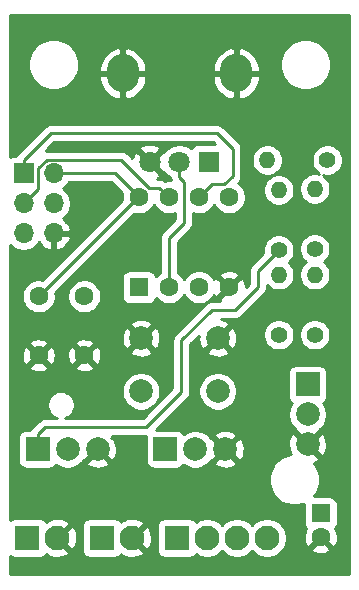
<source format=gbl>
G04 #@! TF.GenerationSoftware,KiCad,Pcbnew,5.1.5-52549c5~86~ubuntu19.04.1*
G04 #@! TF.CreationDate,2020-05-05T22:35:55+02:00*
G04 #@! TF.ProjectId,NotSoTinyDimmer,4e6f7453-6f54-4696-9e79-44696d6d6572,1.3.3*
G04 #@! TF.SameCoordinates,Original*
G04 #@! TF.FileFunction,Copper,L2,Bot*
G04 #@! TF.FilePolarity,Positive*
%FSLAX46Y46*%
G04 Gerber Fmt 4.6, Leading zero omitted, Abs format (unit mm)*
G04 Created by KiCad (PCBNEW 5.1.5-52549c5~86~ubuntu19.04.1) date 2020-05-05 22:35:55*
%MOMM*%
%LPD*%
G04 APERTURE LIST*
%ADD10C,2.100000*%
%ADD11R,2.100000X2.100000*%
%ADD12O,1.400000X1.400000*%
%ADD13C,1.400000*%
%ADD14C,2.000000*%
%ADD15R,2.000000X2.000000*%
%ADD16C,1.600000*%
%ADD17R,1.600000X1.600000*%
%ADD18R,1.800000X1.800000*%
%ADD19C,1.800000*%
%ADD20O,2.720000X3.240000*%
%ADD21O,1.700000X1.700000*%
%ADD22R,1.700000X1.700000*%
%ADD23C,0.250000*%
%ADD24C,0.254000*%
G04 APERTURE END LIST*
D10*
X145313400Y-112920000D03*
D11*
X142773400Y-112920000D03*
D10*
X138995000Y-112920000D03*
D11*
X136455000Y-112920000D03*
D12*
X156768800Y-80924400D03*
D13*
X161848800Y-80924400D03*
D12*
X160782000Y-83362800D03*
D13*
X160782000Y-88442800D03*
D12*
X157734000Y-83464400D03*
D13*
X157734000Y-88544400D03*
D14*
X160172400Y-105003600D03*
X160172400Y-102463600D03*
D15*
X160172400Y-99923600D03*
X148132800Y-105410000D03*
D14*
X150672800Y-105410000D03*
X153212800Y-105410000D03*
D15*
X137312400Y-105410000D03*
D14*
X139852400Y-105410000D03*
X142392400Y-105410000D03*
D11*
X149123400Y-112920000D03*
D10*
X151663400Y-112920000D03*
X154203400Y-112920000D03*
X156743400Y-112920000D03*
D16*
X141274800Y-97468500D03*
X141274800Y-92468500D03*
X137403000Y-97468500D03*
X137403000Y-92468500D03*
D17*
X161290000Y-110845600D03*
D16*
X161290000Y-112845600D03*
D12*
X160782000Y-90632500D03*
D13*
X160782000Y-95712500D03*
D12*
X157734000Y-90632500D03*
D13*
X157734000Y-95712500D03*
D18*
X151828000Y-81089500D03*
D19*
X149328000Y-81089500D03*
X146828000Y-81089500D03*
D20*
X144528000Y-73589500D03*
X154128000Y-73589500D03*
D17*
X145897600Y-91694000D03*
D16*
X148437600Y-91694000D03*
X150977600Y-91694000D03*
X153517600Y-91694000D03*
X153517600Y-84074000D03*
X150977600Y-84074000D03*
X148437600Y-84074000D03*
X145897600Y-84074000D03*
D21*
X138668000Y-87134700D03*
X136128000Y-87134700D03*
X138668000Y-84594700D03*
X136128000Y-84594700D03*
X138668000Y-82054700D03*
D22*
X136128000Y-82054700D03*
D14*
X146078000Y-96007800D03*
X146078000Y-100507800D03*
X152578000Y-96007800D03*
X152578000Y-100507800D03*
D23*
X143878300Y-82054700D02*
X145897600Y-84074000D01*
X138668000Y-82054700D02*
X143878300Y-82054700D01*
X145797500Y-84074000D02*
X145897600Y-84074000D01*
X137403000Y-92468500D02*
X145797500Y-84074000D01*
X152102601Y-82948999D02*
X153144001Y-82948999D01*
X150977600Y-84074000D02*
X152102601Y-82948999D01*
X153144001Y-82948999D02*
X153822400Y-82270600D01*
X153822400Y-82270600D02*
X153822400Y-79971900D01*
X153822400Y-79971900D02*
X152501600Y-78651100D01*
X136128000Y-80954700D02*
X136128000Y-82054700D01*
X138431600Y-78651100D02*
X136128000Y-80954700D01*
X152501600Y-78651100D02*
X138431600Y-78651100D01*
X136977999Y-83744701D02*
X136128000Y-84594700D01*
X144368301Y-80879699D02*
X138103999Y-80879699D01*
X146762603Y-83274001D02*
X144368301Y-80879699D01*
X147637601Y-83274001D02*
X146762603Y-83274001D01*
X148437600Y-84074000D02*
X147637601Y-83274001D01*
X138103999Y-80879699D02*
X137363200Y-81620498D01*
X137363200Y-83400900D02*
X137299700Y-83464400D01*
X137363200Y-81620498D02*
X137363200Y-83400900D01*
X137303001Y-83419699D02*
X137299700Y-83464400D01*
X137299700Y-83464400D02*
X136977999Y-83744701D01*
X148437600Y-91694000D02*
X148437600Y-87528400D01*
X148437600Y-87528400D02*
X149707600Y-86258400D01*
X149328000Y-82362292D02*
X149328000Y-81089500D01*
X149707600Y-82741892D02*
X149328000Y-82362292D01*
X149707600Y-86258400D02*
X149707600Y-82741892D01*
X152044400Y-93624400D02*
X154051000Y-93624400D01*
X154051000Y-93624400D02*
X155981400Y-91694000D01*
X155981400Y-90297000D02*
X157734000Y-88544400D01*
X155981400Y-91694000D02*
X155981400Y-90297000D01*
X137312400Y-104160000D02*
X137942000Y-103530400D01*
X137312400Y-105410000D02*
X137312400Y-104160000D01*
X137942000Y-103530400D02*
X146532600Y-103530400D01*
X149491700Y-100571300D02*
X149491700Y-96177100D01*
X146532600Y-103530400D02*
X149491700Y-100571300D01*
X149491700Y-96177100D02*
X152044400Y-93624400D01*
D24*
G36*
X163668001Y-116010000D02*
G01*
X134988000Y-116010000D01*
X134988000Y-114449240D01*
X135050506Y-114500537D01*
X135160820Y-114559502D01*
X135280518Y-114595812D01*
X135405000Y-114608072D01*
X137505000Y-114608072D01*
X137629482Y-114595812D01*
X137749180Y-114559502D01*
X137859494Y-114500537D01*
X137956185Y-114421185D01*
X138035537Y-114324494D01*
X138068451Y-114262918D01*
X138105339Y-114360579D01*
X138403477Y-114506463D01*
X138724346Y-114591380D01*
X139055617Y-114612066D01*
X139384557Y-114567728D01*
X139698527Y-114460069D01*
X139884661Y-114360579D01*
X139986461Y-114091066D01*
X138995000Y-113099605D01*
X138980858Y-113113748D01*
X138801253Y-112934143D01*
X138815395Y-112920000D01*
X139174605Y-112920000D01*
X140166066Y-113911461D01*
X140435579Y-113809661D01*
X140581463Y-113511523D01*
X140666380Y-113190654D01*
X140687066Y-112859383D01*
X140642728Y-112530443D01*
X140535069Y-112216473D01*
X140435579Y-112030339D01*
X140166066Y-111928539D01*
X139174605Y-112920000D01*
X138815395Y-112920000D01*
X138801253Y-112905858D01*
X138980858Y-112726253D01*
X138995000Y-112740395D01*
X139865395Y-111870000D01*
X141085328Y-111870000D01*
X141085328Y-113970000D01*
X141097588Y-114094482D01*
X141133898Y-114214180D01*
X141192863Y-114324494D01*
X141272215Y-114421185D01*
X141368906Y-114500537D01*
X141479220Y-114559502D01*
X141598918Y-114595812D01*
X141723400Y-114608072D01*
X143823400Y-114608072D01*
X143947882Y-114595812D01*
X144067580Y-114559502D01*
X144177894Y-114500537D01*
X144274585Y-114421185D01*
X144353937Y-114324494D01*
X144386851Y-114262918D01*
X144423739Y-114360579D01*
X144721877Y-114506463D01*
X145042746Y-114591380D01*
X145374017Y-114612066D01*
X145702957Y-114567728D01*
X146016927Y-114460069D01*
X146203061Y-114360579D01*
X146304861Y-114091066D01*
X145313400Y-113099605D01*
X145299258Y-113113748D01*
X145119653Y-112934143D01*
X145133795Y-112920000D01*
X145493005Y-112920000D01*
X146484466Y-113911461D01*
X146753979Y-113809661D01*
X146899863Y-113511523D01*
X146984780Y-113190654D01*
X147005466Y-112859383D01*
X146961128Y-112530443D01*
X146853469Y-112216473D01*
X146753979Y-112030339D01*
X146484466Y-111928539D01*
X145493005Y-112920000D01*
X145133795Y-112920000D01*
X145119653Y-112905858D01*
X145299258Y-112726253D01*
X145313400Y-112740395D01*
X146183795Y-111870000D01*
X147435328Y-111870000D01*
X147435328Y-113970000D01*
X147447588Y-114094482D01*
X147483898Y-114214180D01*
X147542863Y-114324494D01*
X147622215Y-114421185D01*
X147718906Y-114500537D01*
X147829220Y-114559502D01*
X147948918Y-114595812D01*
X148073400Y-114608072D01*
X150173400Y-114608072D01*
X150297882Y-114595812D01*
X150417580Y-114559502D01*
X150527894Y-114500537D01*
X150624585Y-114421185D01*
X150703937Y-114324494D01*
X150711442Y-114310454D01*
X150865253Y-114413228D01*
X151171904Y-114540246D01*
X151497442Y-114605000D01*
X151829358Y-114605000D01*
X152154896Y-114540246D01*
X152461547Y-114413228D01*
X152737525Y-114228825D01*
X152933400Y-114032950D01*
X153129275Y-114228825D01*
X153405253Y-114413228D01*
X153711904Y-114540246D01*
X154037442Y-114605000D01*
X154369358Y-114605000D01*
X154694896Y-114540246D01*
X155001547Y-114413228D01*
X155277525Y-114228825D01*
X155473400Y-114032950D01*
X155669275Y-114228825D01*
X155945253Y-114413228D01*
X156251904Y-114540246D01*
X156577442Y-114605000D01*
X156909358Y-114605000D01*
X157234896Y-114540246D01*
X157541547Y-114413228D01*
X157817525Y-114228825D01*
X158052225Y-113994125D01*
X158156342Y-113838302D01*
X160476903Y-113838302D01*
X160548486Y-114082271D01*
X160803996Y-114203171D01*
X161078184Y-114271900D01*
X161360512Y-114285817D01*
X161640130Y-114244387D01*
X161906292Y-114149203D01*
X162031514Y-114082271D01*
X162103097Y-113838302D01*
X161290000Y-113025205D01*
X160476903Y-113838302D01*
X158156342Y-113838302D01*
X158236628Y-113718147D01*
X158363646Y-113411496D01*
X158428400Y-113085958D01*
X158428400Y-112754042D01*
X158363646Y-112428504D01*
X158236628Y-112121853D01*
X158052225Y-111845875D01*
X157817525Y-111611175D01*
X157541547Y-111426772D01*
X157234896Y-111299754D01*
X156909358Y-111235000D01*
X156577442Y-111235000D01*
X156251904Y-111299754D01*
X155945253Y-111426772D01*
X155669275Y-111611175D01*
X155473400Y-111807050D01*
X155277525Y-111611175D01*
X155001547Y-111426772D01*
X154694896Y-111299754D01*
X154369358Y-111235000D01*
X154037442Y-111235000D01*
X153711904Y-111299754D01*
X153405253Y-111426772D01*
X153129275Y-111611175D01*
X152933400Y-111807050D01*
X152737525Y-111611175D01*
X152461547Y-111426772D01*
X152154896Y-111299754D01*
X151829358Y-111235000D01*
X151497442Y-111235000D01*
X151171904Y-111299754D01*
X150865253Y-111426772D01*
X150711442Y-111529546D01*
X150703937Y-111515506D01*
X150624585Y-111418815D01*
X150527894Y-111339463D01*
X150417580Y-111280498D01*
X150297882Y-111244188D01*
X150173400Y-111231928D01*
X148073400Y-111231928D01*
X147948918Y-111244188D01*
X147829220Y-111280498D01*
X147718906Y-111339463D01*
X147622215Y-111418815D01*
X147542863Y-111515506D01*
X147483898Y-111625820D01*
X147447588Y-111745518D01*
X147435328Y-111870000D01*
X146183795Y-111870000D01*
X146304861Y-111748934D01*
X146203061Y-111479421D01*
X145904923Y-111333537D01*
X145584054Y-111248620D01*
X145252783Y-111227934D01*
X144923843Y-111272272D01*
X144609873Y-111379931D01*
X144423739Y-111479421D01*
X144386851Y-111577082D01*
X144353937Y-111515506D01*
X144274585Y-111418815D01*
X144177894Y-111339463D01*
X144067580Y-111280498D01*
X143947882Y-111244188D01*
X143823400Y-111231928D01*
X141723400Y-111231928D01*
X141598918Y-111244188D01*
X141479220Y-111280498D01*
X141368906Y-111339463D01*
X141272215Y-111418815D01*
X141192863Y-111515506D01*
X141133898Y-111625820D01*
X141097588Y-111745518D01*
X141085328Y-111870000D01*
X139865395Y-111870000D01*
X139986461Y-111748934D01*
X139884661Y-111479421D01*
X139586523Y-111333537D01*
X139265654Y-111248620D01*
X138934383Y-111227934D01*
X138605443Y-111272272D01*
X138291473Y-111379931D01*
X138105339Y-111479421D01*
X138068451Y-111577082D01*
X138035537Y-111515506D01*
X137956185Y-111418815D01*
X137859494Y-111339463D01*
X137749180Y-111280498D01*
X137629482Y-111244188D01*
X137505000Y-111231928D01*
X135405000Y-111231928D01*
X135280518Y-111244188D01*
X135160820Y-111280498D01*
X135050506Y-111339463D01*
X134988000Y-111390760D01*
X134988000Y-107787123D01*
X156885297Y-107787123D01*
X156885297Y-108214477D01*
X156968670Y-108633621D01*
X157132212Y-109028445D01*
X157369637Y-109383777D01*
X157671823Y-109685963D01*
X158027155Y-109923388D01*
X158421979Y-110086930D01*
X158841123Y-110170303D01*
X159268477Y-110170303D01*
X159687621Y-110086930D01*
X159854672Y-110017735D01*
X159851928Y-110045600D01*
X159851928Y-111645600D01*
X159864188Y-111770082D01*
X159900498Y-111889780D01*
X159959463Y-112000094D01*
X160038815Y-112096785D01*
X160051758Y-112107407D01*
X159932429Y-112359596D01*
X159863700Y-112633784D01*
X159849783Y-112916112D01*
X159891213Y-113195730D01*
X159986397Y-113461892D01*
X160053329Y-113587114D01*
X160297298Y-113658697D01*
X161110395Y-112845600D01*
X161096253Y-112831458D01*
X161275858Y-112651853D01*
X161290000Y-112665995D01*
X161304143Y-112651853D01*
X161483748Y-112831458D01*
X161469605Y-112845600D01*
X162282702Y-113658697D01*
X162526671Y-113587114D01*
X162647571Y-113331604D01*
X162716300Y-113057416D01*
X162730217Y-112775088D01*
X162688787Y-112495470D01*
X162593603Y-112229308D01*
X162528384Y-112107291D01*
X162541185Y-112096785D01*
X162620537Y-112000094D01*
X162679502Y-111889780D01*
X162715812Y-111770082D01*
X162728072Y-111645600D01*
X162728072Y-110045600D01*
X162715812Y-109921118D01*
X162679502Y-109801420D01*
X162620537Y-109691106D01*
X162541185Y-109594415D01*
X162444494Y-109515063D01*
X162334180Y-109456098D01*
X162214482Y-109419788D01*
X162090000Y-109407528D01*
X160716212Y-109407528D01*
X160739963Y-109383777D01*
X160977388Y-109028445D01*
X161140930Y-108633621D01*
X161224303Y-108214477D01*
X161224303Y-107787123D01*
X161140930Y-107367979D01*
X160977388Y-106973155D01*
X160739963Y-106617823D01*
X160680147Y-106558007D01*
X160858488Y-106496395D01*
X161032444Y-106403414D01*
X161128208Y-106139013D01*
X160172400Y-105183205D01*
X160158258Y-105197348D01*
X159978653Y-105017743D01*
X159992795Y-105003600D01*
X160352005Y-105003600D01*
X161307813Y-105959408D01*
X161572214Y-105863644D01*
X161713104Y-105574029D01*
X161794784Y-105262492D01*
X161814118Y-104941005D01*
X161770361Y-104621925D01*
X161665195Y-104317512D01*
X161572214Y-104143556D01*
X161307813Y-104047792D01*
X160352005Y-105003600D01*
X159992795Y-105003600D01*
X159036987Y-104047792D01*
X158772586Y-104143556D01*
X158631696Y-104433171D01*
X158550016Y-104744708D01*
X158530682Y-105066195D01*
X158574439Y-105385275D01*
X158679605Y-105689688D01*
X158763544Y-105846728D01*
X158421979Y-105914670D01*
X158027155Y-106078212D01*
X157671823Y-106315637D01*
X157369637Y-106617823D01*
X157132212Y-106973155D01*
X156968670Y-107367979D01*
X156885297Y-107787123D01*
X134988000Y-107787123D01*
X134988000Y-104410000D01*
X135674328Y-104410000D01*
X135674328Y-106410000D01*
X135686588Y-106534482D01*
X135722898Y-106654180D01*
X135781863Y-106764494D01*
X135861215Y-106861185D01*
X135957906Y-106940537D01*
X136068220Y-106999502D01*
X136187918Y-107035812D01*
X136312400Y-107048072D01*
X138312400Y-107048072D01*
X138436882Y-107035812D01*
X138556580Y-106999502D01*
X138666894Y-106940537D01*
X138763585Y-106861185D01*
X138842937Y-106764494D01*
X138867591Y-106718370D01*
X139077937Y-106858918D01*
X139375488Y-106982168D01*
X139691367Y-107045000D01*
X140013433Y-107045000D01*
X140329312Y-106982168D01*
X140626863Y-106858918D01*
X140894652Y-106679987D01*
X141029226Y-106545413D01*
X141436592Y-106545413D01*
X141532356Y-106809814D01*
X141821971Y-106950704D01*
X142133508Y-107032384D01*
X142454995Y-107051718D01*
X142774075Y-107007961D01*
X143078488Y-106902795D01*
X143252444Y-106809814D01*
X143348208Y-106545413D01*
X142392400Y-105589605D01*
X141436592Y-106545413D01*
X141029226Y-106545413D01*
X141122387Y-106452252D01*
X141195120Y-106343400D01*
X141256987Y-106365808D01*
X142212795Y-105410000D01*
X142198653Y-105395858D01*
X142378258Y-105216253D01*
X142392400Y-105230395D01*
X142406543Y-105216253D01*
X142586148Y-105395858D01*
X142572005Y-105410000D01*
X143527813Y-106365808D01*
X143792214Y-106270044D01*
X143933104Y-105980429D01*
X144014784Y-105668892D01*
X144034118Y-105347405D01*
X143990361Y-105028325D01*
X143885195Y-104723912D01*
X143792214Y-104549956D01*
X143527815Y-104454193D01*
X143643483Y-104338525D01*
X143595358Y-104290400D01*
X146495278Y-104290400D01*
X146506399Y-104291495D01*
X146494728Y-104410000D01*
X146494728Y-106410000D01*
X146506988Y-106534482D01*
X146543298Y-106654180D01*
X146602263Y-106764494D01*
X146681615Y-106861185D01*
X146778306Y-106940537D01*
X146888620Y-106999502D01*
X147008318Y-107035812D01*
X147132800Y-107048072D01*
X149132800Y-107048072D01*
X149257282Y-107035812D01*
X149376980Y-106999502D01*
X149487294Y-106940537D01*
X149583985Y-106861185D01*
X149663337Y-106764494D01*
X149687991Y-106718370D01*
X149898337Y-106858918D01*
X150195888Y-106982168D01*
X150511767Y-107045000D01*
X150833833Y-107045000D01*
X151149712Y-106982168D01*
X151447263Y-106858918D01*
X151715052Y-106679987D01*
X151849626Y-106545413D01*
X152256992Y-106545413D01*
X152352756Y-106809814D01*
X152642371Y-106950704D01*
X152953908Y-107032384D01*
X153275395Y-107051718D01*
X153594475Y-107007961D01*
X153898888Y-106902795D01*
X154072844Y-106809814D01*
X154168608Y-106545413D01*
X153212800Y-105589605D01*
X152256992Y-106545413D01*
X151849626Y-106545413D01*
X151942787Y-106452252D01*
X152015520Y-106343400D01*
X152077387Y-106365808D01*
X153033195Y-105410000D01*
X153392405Y-105410000D01*
X154348213Y-106365808D01*
X154612614Y-106270044D01*
X154753504Y-105980429D01*
X154835184Y-105668892D01*
X154854518Y-105347405D01*
X154810761Y-105028325D01*
X154705595Y-104723912D01*
X154612614Y-104549956D01*
X154348213Y-104454192D01*
X153392405Y-105410000D01*
X153033195Y-105410000D01*
X152077387Y-104454192D01*
X152015520Y-104476600D01*
X151942787Y-104367748D01*
X151849626Y-104274587D01*
X152256992Y-104274587D01*
X153212800Y-105230395D01*
X154168608Y-104274587D01*
X154072844Y-104010186D01*
X153783229Y-103869296D01*
X153471692Y-103787616D01*
X153150205Y-103768282D01*
X152831125Y-103812039D01*
X152526712Y-103917205D01*
X152352756Y-104010186D01*
X152256992Y-104274587D01*
X151849626Y-104274587D01*
X151715052Y-104140013D01*
X151447263Y-103961082D01*
X151149712Y-103837832D01*
X150833833Y-103775000D01*
X150511767Y-103775000D01*
X150195888Y-103837832D01*
X149898337Y-103961082D01*
X149687991Y-104101630D01*
X149663337Y-104055506D01*
X149583985Y-103958815D01*
X149487294Y-103879463D01*
X149376980Y-103820498D01*
X149257282Y-103784188D01*
X149132800Y-103771928D01*
X147365873Y-103771928D01*
X150002704Y-101135098D01*
X150031701Y-101111301D01*
X150126674Y-100995576D01*
X150197246Y-100863547D01*
X150240703Y-100720286D01*
X150251700Y-100608633D01*
X150251700Y-100608624D01*
X150255376Y-100571301D01*
X150251700Y-100533978D01*
X150251700Y-100346767D01*
X150943000Y-100346767D01*
X150943000Y-100668833D01*
X151005832Y-100984712D01*
X151129082Y-101282263D01*
X151308013Y-101550052D01*
X151535748Y-101777787D01*
X151803537Y-101956718D01*
X152101088Y-102079968D01*
X152416967Y-102142800D01*
X152739033Y-102142800D01*
X153054912Y-102079968D01*
X153352463Y-101956718D01*
X153620252Y-101777787D01*
X153847987Y-101550052D01*
X154026918Y-101282263D01*
X154150168Y-100984712D01*
X154213000Y-100668833D01*
X154213000Y-100346767D01*
X154150168Y-100030888D01*
X154026918Y-99733337D01*
X153847987Y-99465548D01*
X153620252Y-99237813D01*
X153352463Y-99058882D01*
X153054912Y-98935632D01*
X152994423Y-98923600D01*
X158534328Y-98923600D01*
X158534328Y-100923600D01*
X158546588Y-101048082D01*
X158582898Y-101167780D01*
X158641863Y-101278094D01*
X158721215Y-101374785D01*
X158817906Y-101454137D01*
X158864030Y-101478791D01*
X158723482Y-101689137D01*
X158600232Y-101986688D01*
X158537400Y-102302567D01*
X158537400Y-102624633D01*
X158600232Y-102940512D01*
X158723482Y-103238063D01*
X158902413Y-103505852D01*
X159130148Y-103733587D01*
X159239000Y-103806320D01*
X159216592Y-103868187D01*
X160172400Y-104823995D01*
X161128208Y-103868187D01*
X161105800Y-103806320D01*
X161214652Y-103733587D01*
X161442387Y-103505852D01*
X161621318Y-103238063D01*
X161744568Y-102940512D01*
X161807400Y-102624633D01*
X161807400Y-102302567D01*
X161744568Y-101986688D01*
X161621318Y-101689137D01*
X161480770Y-101478791D01*
X161526894Y-101454137D01*
X161623585Y-101374785D01*
X161702937Y-101278094D01*
X161761902Y-101167780D01*
X161798212Y-101048082D01*
X161810472Y-100923600D01*
X161810472Y-98923600D01*
X161798212Y-98799118D01*
X161761902Y-98679420D01*
X161702937Y-98569106D01*
X161623585Y-98472415D01*
X161526894Y-98393063D01*
X161416580Y-98334098D01*
X161296882Y-98297788D01*
X161172400Y-98285528D01*
X159172400Y-98285528D01*
X159047918Y-98297788D01*
X158928220Y-98334098D01*
X158817906Y-98393063D01*
X158721215Y-98472415D01*
X158641863Y-98569106D01*
X158582898Y-98679420D01*
X158546588Y-98799118D01*
X158534328Y-98923600D01*
X152994423Y-98923600D01*
X152739033Y-98872800D01*
X152416967Y-98872800D01*
X152101088Y-98935632D01*
X151803537Y-99058882D01*
X151535748Y-99237813D01*
X151308013Y-99465548D01*
X151129082Y-99733337D01*
X151005832Y-100030888D01*
X150943000Y-100346767D01*
X150251700Y-100346767D01*
X150251700Y-97143213D01*
X151622192Y-97143213D01*
X151717956Y-97407614D01*
X152007571Y-97548504D01*
X152319108Y-97630184D01*
X152640595Y-97649518D01*
X152959675Y-97605761D01*
X153264088Y-97500595D01*
X153438044Y-97407614D01*
X153533808Y-97143213D01*
X152578000Y-96187405D01*
X151622192Y-97143213D01*
X150251700Y-97143213D01*
X150251700Y-96491901D01*
X150953116Y-95790486D01*
X150936282Y-96070395D01*
X150980039Y-96389475D01*
X151085205Y-96693888D01*
X151178186Y-96867844D01*
X151442587Y-96963608D01*
X152398395Y-96007800D01*
X152757605Y-96007800D01*
X153713413Y-96963608D01*
X153977814Y-96867844D01*
X154118704Y-96578229D01*
X154200384Y-96266692D01*
X154219718Y-95945205D01*
X154175961Y-95626125D01*
X154160377Y-95581014D01*
X156399000Y-95581014D01*
X156399000Y-95843986D01*
X156450304Y-96101905D01*
X156550939Y-96344859D01*
X156697038Y-96563513D01*
X156882987Y-96749462D01*
X157101641Y-96895561D01*
X157344595Y-96996196D01*
X157602514Y-97047500D01*
X157865486Y-97047500D01*
X158123405Y-96996196D01*
X158366359Y-96895561D01*
X158585013Y-96749462D01*
X158770962Y-96563513D01*
X158917061Y-96344859D01*
X159017696Y-96101905D01*
X159069000Y-95843986D01*
X159069000Y-95581014D01*
X159447000Y-95581014D01*
X159447000Y-95843986D01*
X159498304Y-96101905D01*
X159598939Y-96344859D01*
X159745038Y-96563513D01*
X159930987Y-96749462D01*
X160149641Y-96895561D01*
X160392595Y-96996196D01*
X160650514Y-97047500D01*
X160913486Y-97047500D01*
X161171405Y-96996196D01*
X161414359Y-96895561D01*
X161633013Y-96749462D01*
X161818962Y-96563513D01*
X161965061Y-96344859D01*
X162065696Y-96101905D01*
X162117000Y-95843986D01*
X162117000Y-95581014D01*
X162065696Y-95323095D01*
X161965061Y-95080141D01*
X161818962Y-94861487D01*
X161633013Y-94675538D01*
X161414359Y-94529439D01*
X161171405Y-94428804D01*
X160913486Y-94377500D01*
X160650514Y-94377500D01*
X160392595Y-94428804D01*
X160149641Y-94529439D01*
X159930987Y-94675538D01*
X159745038Y-94861487D01*
X159598939Y-95080141D01*
X159498304Y-95323095D01*
X159447000Y-95581014D01*
X159069000Y-95581014D01*
X159017696Y-95323095D01*
X158917061Y-95080141D01*
X158770962Y-94861487D01*
X158585013Y-94675538D01*
X158366359Y-94529439D01*
X158123405Y-94428804D01*
X157865486Y-94377500D01*
X157602514Y-94377500D01*
X157344595Y-94428804D01*
X157101641Y-94529439D01*
X156882987Y-94675538D01*
X156697038Y-94861487D01*
X156550939Y-95080141D01*
X156450304Y-95323095D01*
X156399000Y-95581014D01*
X154160377Y-95581014D01*
X154070795Y-95321712D01*
X153977814Y-95147756D01*
X153713413Y-95051992D01*
X152757605Y-96007800D01*
X152398395Y-96007800D01*
X152384253Y-95993658D01*
X152563858Y-95814053D01*
X152578000Y-95828195D01*
X153533808Y-94872387D01*
X153438044Y-94607986D01*
X153148429Y-94467096D01*
X152836892Y-94385416D01*
X152819998Y-94384400D01*
X154013678Y-94384400D01*
X154051000Y-94388076D01*
X154088322Y-94384400D01*
X154088333Y-94384400D01*
X154199986Y-94373403D01*
X154343247Y-94329946D01*
X154475276Y-94259374D01*
X154591001Y-94164401D01*
X154614804Y-94135397D01*
X156492404Y-92257798D01*
X156521401Y-92234001D01*
X156616374Y-92118276D01*
X156686946Y-91986247D01*
X156730403Y-91842986D01*
X156741400Y-91731333D01*
X156741400Y-91731323D01*
X156745076Y-91694000D01*
X156741400Y-91656677D01*
X156741400Y-91527875D01*
X156882987Y-91669462D01*
X157101641Y-91815561D01*
X157344595Y-91916196D01*
X157602514Y-91967500D01*
X157865486Y-91967500D01*
X158123405Y-91916196D01*
X158366359Y-91815561D01*
X158585013Y-91669462D01*
X158770962Y-91483513D01*
X158917061Y-91264859D01*
X159017696Y-91021905D01*
X159069000Y-90763986D01*
X159069000Y-90501014D01*
X159017696Y-90243095D01*
X158917061Y-90000141D01*
X158770962Y-89781487D01*
X158585013Y-89595538D01*
X158574405Y-89588450D01*
X158585013Y-89581362D01*
X158770962Y-89395413D01*
X158917061Y-89176759D01*
X159017696Y-88933805D01*
X159069000Y-88675886D01*
X159069000Y-88412914D01*
X159048791Y-88311314D01*
X159447000Y-88311314D01*
X159447000Y-88574286D01*
X159498304Y-88832205D01*
X159598939Y-89075159D01*
X159745038Y-89293813D01*
X159930987Y-89479762D01*
X160017623Y-89537650D01*
X159930987Y-89595538D01*
X159745038Y-89781487D01*
X159598939Y-90000141D01*
X159498304Y-90243095D01*
X159447000Y-90501014D01*
X159447000Y-90763986D01*
X159498304Y-91021905D01*
X159598939Y-91264859D01*
X159745038Y-91483513D01*
X159930987Y-91669462D01*
X160149641Y-91815561D01*
X160392595Y-91916196D01*
X160650514Y-91967500D01*
X160913486Y-91967500D01*
X161171405Y-91916196D01*
X161414359Y-91815561D01*
X161633013Y-91669462D01*
X161818962Y-91483513D01*
X161965061Y-91264859D01*
X162065696Y-91021905D01*
X162117000Y-90763986D01*
X162117000Y-90501014D01*
X162065696Y-90243095D01*
X161965061Y-90000141D01*
X161818962Y-89781487D01*
X161633013Y-89595538D01*
X161546377Y-89537650D01*
X161633013Y-89479762D01*
X161818962Y-89293813D01*
X161965061Y-89075159D01*
X162065696Y-88832205D01*
X162117000Y-88574286D01*
X162117000Y-88311314D01*
X162065696Y-88053395D01*
X161965061Y-87810441D01*
X161818962Y-87591787D01*
X161633013Y-87405838D01*
X161414359Y-87259739D01*
X161171405Y-87159104D01*
X160913486Y-87107800D01*
X160650514Y-87107800D01*
X160392595Y-87159104D01*
X160149641Y-87259739D01*
X159930987Y-87405838D01*
X159745038Y-87591787D01*
X159598939Y-87810441D01*
X159498304Y-88053395D01*
X159447000Y-88311314D01*
X159048791Y-88311314D01*
X159017696Y-88154995D01*
X158917061Y-87912041D01*
X158770962Y-87693387D01*
X158585013Y-87507438D01*
X158366359Y-87361339D01*
X158123405Y-87260704D01*
X157865486Y-87209400D01*
X157602514Y-87209400D01*
X157344595Y-87260704D01*
X157101641Y-87361339D01*
X156882987Y-87507438D01*
X156697038Y-87693387D01*
X156550939Y-87912041D01*
X156450304Y-88154995D01*
X156399000Y-88412914D01*
X156399000Y-88675886D01*
X156420355Y-88783243D01*
X155470398Y-89733201D01*
X155441400Y-89756999D01*
X155417602Y-89785997D01*
X155417601Y-89785998D01*
X155346426Y-89872724D01*
X155275854Y-90004754D01*
X155232398Y-90148015D01*
X155217724Y-90297000D01*
X155221401Y-90334332D01*
X155221400Y-91379198D01*
X154956817Y-91643782D01*
X154957817Y-91623488D01*
X154916387Y-91343870D01*
X154821203Y-91077708D01*
X154754271Y-90952486D01*
X154510302Y-90880903D01*
X153697205Y-91694000D01*
X153711348Y-91708143D01*
X153531743Y-91887748D01*
X153517600Y-91873605D01*
X152704503Y-92686702D01*
X152756641Y-92864400D01*
X152081723Y-92864400D01*
X152044400Y-92860724D01*
X152007077Y-92864400D01*
X152007067Y-92864400D01*
X151895414Y-92875397D01*
X151752153Y-92918854D01*
X151620123Y-92989426D01*
X151577341Y-93024537D01*
X151504399Y-93084399D01*
X151480601Y-93113397D01*
X148980698Y-95613301D01*
X148951700Y-95637099D01*
X148927902Y-95666097D01*
X148927901Y-95666098D01*
X148856726Y-95752824D01*
X148786154Y-95884854D01*
X148742698Y-96028115D01*
X148728024Y-96177100D01*
X148731701Y-96214432D01*
X148731700Y-100256498D01*
X146217799Y-102770400D01*
X139659288Y-102770400D01*
X139849848Y-102691467D01*
X140042184Y-102562952D01*
X140205752Y-102399384D01*
X140334267Y-102207048D01*
X140422790Y-101993336D01*
X140467918Y-101766460D01*
X140467918Y-101535140D01*
X140422790Y-101308264D01*
X140334267Y-101094552D01*
X140205752Y-100902216D01*
X140042184Y-100738648D01*
X139849848Y-100610133D01*
X139636136Y-100521610D01*
X139409260Y-100476482D01*
X139177940Y-100476482D01*
X138951064Y-100521610D01*
X138737352Y-100610133D01*
X138545016Y-100738648D01*
X138381448Y-100902216D01*
X138252933Y-101094552D01*
X138164410Y-101308264D01*
X138119282Y-101535140D01*
X138119282Y-101766460D01*
X138164410Y-101993336D01*
X138252933Y-102207048D01*
X138381448Y-102399384D01*
X138545016Y-102562952D01*
X138737352Y-102691467D01*
X138927912Y-102770400D01*
X137979323Y-102770400D01*
X137942000Y-102766724D01*
X137904677Y-102770400D01*
X137904667Y-102770400D01*
X137793014Y-102781397D01*
X137649753Y-102824854D01*
X137517724Y-102895426D01*
X137401999Y-102990399D01*
X137378200Y-103019398D01*
X136801398Y-103596201D01*
X136772400Y-103619999D01*
X136748602Y-103648997D01*
X136748601Y-103648998D01*
X136677426Y-103735724D01*
X136658074Y-103771928D01*
X136312400Y-103771928D01*
X136187918Y-103784188D01*
X136068220Y-103820498D01*
X135957906Y-103879463D01*
X135861215Y-103958815D01*
X135781863Y-104055506D01*
X135722898Y-104165820D01*
X135686588Y-104285518D01*
X135674328Y-104410000D01*
X134988000Y-104410000D01*
X134988000Y-100346767D01*
X144443000Y-100346767D01*
X144443000Y-100668833D01*
X144505832Y-100984712D01*
X144629082Y-101282263D01*
X144808013Y-101550052D01*
X145035748Y-101777787D01*
X145303537Y-101956718D01*
X145601088Y-102079968D01*
X145916967Y-102142800D01*
X146239033Y-102142800D01*
X146554912Y-102079968D01*
X146852463Y-101956718D01*
X147120252Y-101777787D01*
X147347987Y-101550052D01*
X147526918Y-101282263D01*
X147650168Y-100984712D01*
X147713000Y-100668833D01*
X147713000Y-100346767D01*
X147650168Y-100030888D01*
X147526918Y-99733337D01*
X147347987Y-99465548D01*
X147120252Y-99237813D01*
X146852463Y-99058882D01*
X146554912Y-98935632D01*
X146239033Y-98872800D01*
X145916967Y-98872800D01*
X145601088Y-98935632D01*
X145303537Y-99058882D01*
X145035748Y-99237813D01*
X144808013Y-99465548D01*
X144629082Y-99733337D01*
X144505832Y-100030888D01*
X144443000Y-100346767D01*
X134988000Y-100346767D01*
X134988000Y-98461202D01*
X136589903Y-98461202D01*
X136661486Y-98705171D01*
X136916996Y-98826071D01*
X137191184Y-98894800D01*
X137473512Y-98908717D01*
X137753130Y-98867287D01*
X138019292Y-98772103D01*
X138144514Y-98705171D01*
X138216097Y-98461202D01*
X140461703Y-98461202D01*
X140533286Y-98705171D01*
X140788796Y-98826071D01*
X141062984Y-98894800D01*
X141345312Y-98908717D01*
X141624930Y-98867287D01*
X141891092Y-98772103D01*
X142016314Y-98705171D01*
X142087897Y-98461202D01*
X141274800Y-97648105D01*
X140461703Y-98461202D01*
X138216097Y-98461202D01*
X137403000Y-97648105D01*
X136589903Y-98461202D01*
X134988000Y-98461202D01*
X134988000Y-97539012D01*
X135962783Y-97539012D01*
X136004213Y-97818630D01*
X136099397Y-98084792D01*
X136166329Y-98210014D01*
X136410298Y-98281597D01*
X137223395Y-97468500D01*
X137582605Y-97468500D01*
X138395702Y-98281597D01*
X138639671Y-98210014D01*
X138760571Y-97954504D01*
X138829300Y-97680316D01*
X138836265Y-97539012D01*
X139834583Y-97539012D01*
X139876013Y-97818630D01*
X139971197Y-98084792D01*
X140038129Y-98210014D01*
X140282098Y-98281597D01*
X141095195Y-97468500D01*
X141454405Y-97468500D01*
X142267502Y-98281597D01*
X142511471Y-98210014D01*
X142632371Y-97954504D01*
X142701100Y-97680316D01*
X142715017Y-97397988D01*
X142677268Y-97143213D01*
X145122192Y-97143213D01*
X145217956Y-97407614D01*
X145507571Y-97548504D01*
X145819108Y-97630184D01*
X146140595Y-97649518D01*
X146459675Y-97605761D01*
X146764088Y-97500595D01*
X146938044Y-97407614D01*
X147033808Y-97143213D01*
X146078000Y-96187405D01*
X145122192Y-97143213D01*
X142677268Y-97143213D01*
X142673587Y-97118370D01*
X142578403Y-96852208D01*
X142511471Y-96726986D01*
X142267502Y-96655403D01*
X141454405Y-97468500D01*
X141095195Y-97468500D01*
X140282098Y-96655403D01*
X140038129Y-96726986D01*
X139917229Y-96982496D01*
X139848500Y-97256684D01*
X139834583Y-97539012D01*
X138836265Y-97539012D01*
X138843217Y-97397988D01*
X138801787Y-97118370D01*
X138706603Y-96852208D01*
X138639671Y-96726986D01*
X138395702Y-96655403D01*
X137582605Y-97468500D01*
X137223395Y-97468500D01*
X136410298Y-96655403D01*
X136166329Y-96726986D01*
X136045429Y-96982496D01*
X135976700Y-97256684D01*
X135962783Y-97539012D01*
X134988000Y-97539012D01*
X134988000Y-96475798D01*
X136589903Y-96475798D01*
X137403000Y-97288895D01*
X138216097Y-96475798D01*
X140461703Y-96475798D01*
X141274800Y-97288895D01*
X142087897Y-96475798D01*
X142016314Y-96231829D01*
X141760804Y-96110929D01*
X141599098Y-96070395D01*
X144436282Y-96070395D01*
X144480039Y-96389475D01*
X144585205Y-96693888D01*
X144678186Y-96867844D01*
X144942587Y-96963608D01*
X145898395Y-96007800D01*
X146257605Y-96007800D01*
X147213413Y-96963608D01*
X147477814Y-96867844D01*
X147618704Y-96578229D01*
X147700384Y-96266692D01*
X147719718Y-95945205D01*
X147675961Y-95626125D01*
X147570795Y-95321712D01*
X147477814Y-95147756D01*
X147213413Y-95051992D01*
X146257605Y-96007800D01*
X145898395Y-96007800D01*
X144942587Y-95051992D01*
X144678186Y-95147756D01*
X144537296Y-95437371D01*
X144455616Y-95748908D01*
X144436282Y-96070395D01*
X141599098Y-96070395D01*
X141486616Y-96042200D01*
X141204288Y-96028283D01*
X140924670Y-96069713D01*
X140658508Y-96164897D01*
X140533286Y-96231829D01*
X140461703Y-96475798D01*
X138216097Y-96475798D01*
X138144514Y-96231829D01*
X137889004Y-96110929D01*
X137614816Y-96042200D01*
X137332488Y-96028283D01*
X137052870Y-96069713D01*
X136786708Y-96164897D01*
X136661486Y-96231829D01*
X136589903Y-96475798D01*
X134988000Y-96475798D01*
X134988000Y-94872387D01*
X145122192Y-94872387D01*
X146078000Y-95828195D01*
X147033808Y-94872387D01*
X146938044Y-94607986D01*
X146648429Y-94467096D01*
X146336892Y-94385416D01*
X146015405Y-94366082D01*
X145696325Y-94409839D01*
X145391912Y-94515005D01*
X145217956Y-94607986D01*
X145122192Y-94872387D01*
X134988000Y-94872387D01*
X134988000Y-88094807D01*
X135181368Y-88288175D01*
X135424589Y-88450690D01*
X135694842Y-88562632D01*
X135981740Y-88619700D01*
X136274260Y-88619700D01*
X136561158Y-88562632D01*
X136831411Y-88450690D01*
X137074632Y-88288175D01*
X137281475Y-88081332D01*
X137399100Y-87905294D01*
X137570412Y-88134969D01*
X137786645Y-88329878D01*
X138036748Y-88478857D01*
X138311109Y-88576181D01*
X138541000Y-88455514D01*
X138541000Y-87261700D01*
X138795000Y-87261700D01*
X138795000Y-88455514D01*
X139024891Y-88576181D01*
X139299252Y-88478857D01*
X139549355Y-88329878D01*
X139765588Y-88134969D01*
X139939641Y-87901620D01*
X140064825Y-87638799D01*
X140109476Y-87491590D01*
X139988155Y-87261700D01*
X138795000Y-87261700D01*
X138541000Y-87261700D01*
X138521000Y-87261700D01*
X138521000Y-87007700D01*
X138541000Y-87007700D01*
X138541000Y-86987700D01*
X138795000Y-86987700D01*
X138795000Y-87007700D01*
X139988155Y-87007700D01*
X140109476Y-86777810D01*
X140064825Y-86630601D01*
X139939641Y-86367780D01*
X139765588Y-86134431D01*
X139549355Y-85939522D01*
X139432466Y-85869895D01*
X139614632Y-85748175D01*
X139821475Y-85541332D01*
X139983990Y-85298111D01*
X140095932Y-85027858D01*
X140153000Y-84740960D01*
X140153000Y-84448440D01*
X140095932Y-84161542D01*
X139983990Y-83891289D01*
X139821475Y-83648068D01*
X139614632Y-83441225D01*
X139440240Y-83324700D01*
X139614632Y-83208175D01*
X139821475Y-83001332D01*
X139946178Y-82814700D01*
X143563499Y-82814700D01*
X144498912Y-83750114D01*
X144462600Y-83932665D01*
X144462600Y-84215335D01*
X144482304Y-84314394D01*
X137726887Y-91069812D01*
X137544335Y-91033500D01*
X137261665Y-91033500D01*
X136984426Y-91088647D01*
X136723273Y-91196820D01*
X136488241Y-91353863D01*
X136288363Y-91553741D01*
X136131320Y-91788773D01*
X136023147Y-92049926D01*
X135968000Y-92327165D01*
X135968000Y-92609835D01*
X136023147Y-92887074D01*
X136131320Y-93148227D01*
X136288363Y-93383259D01*
X136488241Y-93583137D01*
X136723273Y-93740180D01*
X136984426Y-93848353D01*
X137261665Y-93903500D01*
X137544335Y-93903500D01*
X137821574Y-93848353D01*
X138082727Y-93740180D01*
X138317759Y-93583137D01*
X138517637Y-93383259D01*
X138674680Y-93148227D01*
X138782853Y-92887074D01*
X138838000Y-92609835D01*
X138838000Y-92327165D01*
X139839800Y-92327165D01*
X139839800Y-92609835D01*
X139894947Y-92887074D01*
X140003120Y-93148227D01*
X140160163Y-93383259D01*
X140360041Y-93583137D01*
X140595073Y-93740180D01*
X140856226Y-93848353D01*
X141133465Y-93903500D01*
X141416135Y-93903500D01*
X141693374Y-93848353D01*
X141954527Y-93740180D01*
X142189559Y-93583137D01*
X142389437Y-93383259D01*
X142546480Y-93148227D01*
X142654653Y-92887074D01*
X142709800Y-92609835D01*
X142709800Y-92327165D01*
X142654653Y-92049926D01*
X142546480Y-91788773D01*
X142389437Y-91553741D01*
X142189559Y-91353863D01*
X141954527Y-91196820D01*
X141693374Y-91088647D01*
X141416135Y-91033500D01*
X141133465Y-91033500D01*
X140856226Y-91088647D01*
X140595073Y-91196820D01*
X140360041Y-91353863D01*
X140160163Y-91553741D01*
X140003120Y-91788773D01*
X139894947Y-92049926D01*
X139839800Y-92327165D01*
X138838000Y-92327165D01*
X138801688Y-92144613D01*
X145490222Y-85456080D01*
X145756265Y-85509000D01*
X146038935Y-85509000D01*
X146316174Y-85453853D01*
X146577327Y-85345680D01*
X146812359Y-85188637D01*
X147012237Y-84988759D01*
X147167600Y-84756241D01*
X147322963Y-84988759D01*
X147522841Y-85188637D01*
X147757873Y-85345680D01*
X148019026Y-85453853D01*
X148296265Y-85509000D01*
X148578935Y-85509000D01*
X148856174Y-85453853D01*
X148947600Y-85415983D01*
X148947600Y-85943598D01*
X147926598Y-86964601D01*
X147897600Y-86988399D01*
X147873802Y-87017397D01*
X147873801Y-87017398D01*
X147802626Y-87104124D01*
X147732054Y-87236154D01*
X147718463Y-87280960D01*
X147688598Y-87379414D01*
X147677601Y-87491067D01*
X147673924Y-87528400D01*
X147677601Y-87565732D01*
X147677600Y-90475956D01*
X147522841Y-90579363D01*
X147324243Y-90777961D01*
X147323412Y-90769518D01*
X147287102Y-90649820D01*
X147228137Y-90539506D01*
X147148785Y-90442815D01*
X147052094Y-90363463D01*
X146941780Y-90304498D01*
X146822082Y-90268188D01*
X146697600Y-90255928D01*
X145097600Y-90255928D01*
X144973118Y-90268188D01*
X144853420Y-90304498D01*
X144743106Y-90363463D01*
X144646415Y-90442815D01*
X144567063Y-90539506D01*
X144508098Y-90649820D01*
X144471788Y-90769518D01*
X144459528Y-90894000D01*
X144459528Y-92494000D01*
X144471788Y-92618482D01*
X144508098Y-92738180D01*
X144567063Y-92848494D01*
X144646415Y-92945185D01*
X144743106Y-93024537D01*
X144853420Y-93083502D01*
X144973118Y-93119812D01*
X145097600Y-93132072D01*
X146697600Y-93132072D01*
X146822082Y-93119812D01*
X146941780Y-93083502D01*
X147052094Y-93024537D01*
X147148785Y-92945185D01*
X147228137Y-92848494D01*
X147287102Y-92738180D01*
X147323412Y-92618482D01*
X147324243Y-92610039D01*
X147522841Y-92808637D01*
X147757873Y-92965680D01*
X148019026Y-93073853D01*
X148296265Y-93129000D01*
X148578935Y-93129000D01*
X148856174Y-93073853D01*
X149117327Y-92965680D01*
X149352359Y-92808637D01*
X149552237Y-92608759D01*
X149707600Y-92376241D01*
X149862963Y-92608759D01*
X150062841Y-92808637D01*
X150297873Y-92965680D01*
X150559026Y-93073853D01*
X150836265Y-93129000D01*
X151118935Y-93129000D01*
X151396174Y-93073853D01*
X151657327Y-92965680D01*
X151892359Y-92808637D01*
X152092237Y-92608759D01*
X152248515Y-92374872D01*
X152280929Y-92435514D01*
X152524898Y-92507097D01*
X153337995Y-91694000D01*
X152524898Y-90880903D01*
X152280929Y-90952486D01*
X152250406Y-91016992D01*
X152249280Y-91014273D01*
X152092237Y-90779241D01*
X152014294Y-90701298D01*
X152704503Y-90701298D01*
X153517600Y-91514395D01*
X154330697Y-90701298D01*
X154259114Y-90457329D01*
X154003604Y-90336429D01*
X153729416Y-90267700D01*
X153447088Y-90253783D01*
X153167470Y-90295213D01*
X152901308Y-90390397D01*
X152776086Y-90457329D01*
X152704503Y-90701298D01*
X152014294Y-90701298D01*
X151892359Y-90579363D01*
X151657327Y-90422320D01*
X151396174Y-90314147D01*
X151118935Y-90259000D01*
X150836265Y-90259000D01*
X150559026Y-90314147D01*
X150297873Y-90422320D01*
X150062841Y-90579363D01*
X149862963Y-90779241D01*
X149707600Y-91011759D01*
X149552237Y-90779241D01*
X149352359Y-90579363D01*
X149197600Y-90475957D01*
X149197600Y-87843201D01*
X150218604Y-86822198D01*
X150247601Y-86798401D01*
X150342574Y-86682676D01*
X150413146Y-86550647D01*
X150456603Y-86407386D01*
X150467600Y-86295733D01*
X150467600Y-86295724D01*
X150471276Y-86258401D01*
X150467600Y-86221078D01*
X150467600Y-85415983D01*
X150559026Y-85453853D01*
X150836265Y-85509000D01*
X151118935Y-85509000D01*
X151396174Y-85453853D01*
X151657327Y-85345680D01*
X151892359Y-85188637D01*
X152092237Y-84988759D01*
X152247600Y-84756241D01*
X152402963Y-84988759D01*
X152602841Y-85188637D01*
X152837873Y-85345680D01*
X153099026Y-85453853D01*
X153376265Y-85509000D01*
X153658935Y-85509000D01*
X153936174Y-85453853D01*
X154197327Y-85345680D01*
X154432359Y-85188637D01*
X154632237Y-84988759D01*
X154789280Y-84753727D01*
X154897453Y-84492574D01*
X154952600Y-84215335D01*
X154952600Y-83932665D01*
X154897453Y-83655426D01*
X154789280Y-83394273D01*
X154748282Y-83332914D01*
X156399000Y-83332914D01*
X156399000Y-83595886D01*
X156450304Y-83853805D01*
X156550939Y-84096759D01*
X156697038Y-84315413D01*
X156882987Y-84501362D01*
X157101641Y-84647461D01*
X157344595Y-84748096D01*
X157602514Y-84799400D01*
X157865486Y-84799400D01*
X158123405Y-84748096D01*
X158366359Y-84647461D01*
X158585013Y-84501362D01*
X158770962Y-84315413D01*
X158917061Y-84096759D01*
X159017696Y-83853805D01*
X159069000Y-83595886D01*
X159069000Y-83332914D01*
X159048791Y-83231314D01*
X159447000Y-83231314D01*
X159447000Y-83494286D01*
X159498304Y-83752205D01*
X159598939Y-83995159D01*
X159745038Y-84213813D01*
X159930987Y-84399762D01*
X160149641Y-84545861D01*
X160392595Y-84646496D01*
X160650514Y-84697800D01*
X160913486Y-84697800D01*
X161171405Y-84646496D01*
X161414359Y-84545861D01*
X161633013Y-84399762D01*
X161818962Y-84213813D01*
X161965061Y-83995159D01*
X162065696Y-83752205D01*
X162117000Y-83494286D01*
X162117000Y-83231314D01*
X162065696Y-82973395D01*
X161965061Y-82730441D01*
X161818962Y-82511787D01*
X161633013Y-82325838D01*
X161452564Y-82205266D01*
X161459395Y-82208096D01*
X161717314Y-82259400D01*
X161980286Y-82259400D01*
X162238205Y-82208096D01*
X162481159Y-82107461D01*
X162699813Y-81961362D01*
X162885762Y-81775413D01*
X163031861Y-81556759D01*
X163132496Y-81313805D01*
X163183800Y-81055886D01*
X163183800Y-80792914D01*
X163132496Y-80534995D01*
X163031861Y-80292041D01*
X162885762Y-80073387D01*
X162699813Y-79887438D01*
X162481159Y-79741339D01*
X162238205Y-79640704D01*
X161980286Y-79589400D01*
X161717314Y-79589400D01*
X161459395Y-79640704D01*
X161216441Y-79741339D01*
X160997787Y-79887438D01*
X160811838Y-80073387D01*
X160665739Y-80292041D01*
X160565104Y-80534995D01*
X160513800Y-80792914D01*
X160513800Y-81055886D01*
X160565104Y-81313805D01*
X160665739Y-81556759D01*
X160811838Y-81775413D01*
X160997787Y-81961362D01*
X161178236Y-82081934D01*
X161171405Y-82079104D01*
X160913486Y-82027800D01*
X160650514Y-82027800D01*
X160392595Y-82079104D01*
X160149641Y-82179739D01*
X159930987Y-82325838D01*
X159745038Y-82511787D01*
X159598939Y-82730441D01*
X159498304Y-82973395D01*
X159447000Y-83231314D01*
X159048791Y-83231314D01*
X159017696Y-83074995D01*
X158917061Y-82832041D01*
X158770962Y-82613387D01*
X158585013Y-82427438D01*
X158366359Y-82281339D01*
X158123405Y-82180704D01*
X157865486Y-82129400D01*
X157602514Y-82129400D01*
X157344595Y-82180704D01*
X157101641Y-82281339D01*
X156882987Y-82427438D01*
X156697038Y-82613387D01*
X156550939Y-82832041D01*
X156450304Y-83074995D01*
X156399000Y-83332914D01*
X154748282Y-83332914D01*
X154632237Y-83159241D01*
X154432359Y-82959363D01*
X154298129Y-82869673D01*
X154333404Y-82834398D01*
X154362401Y-82810601D01*
X154403726Y-82760246D01*
X154457374Y-82694877D01*
X154527946Y-82562847D01*
X154527946Y-82562846D01*
X154571403Y-82419586D01*
X154582400Y-82307933D01*
X154582400Y-82307924D01*
X154586076Y-82270601D01*
X154582400Y-82233278D01*
X154582400Y-80792914D01*
X155433800Y-80792914D01*
X155433800Y-81055886D01*
X155485104Y-81313805D01*
X155585739Y-81556759D01*
X155731838Y-81775413D01*
X155917787Y-81961362D01*
X156136441Y-82107461D01*
X156379395Y-82208096D01*
X156637314Y-82259400D01*
X156900286Y-82259400D01*
X157158205Y-82208096D01*
X157401159Y-82107461D01*
X157619813Y-81961362D01*
X157805762Y-81775413D01*
X157951861Y-81556759D01*
X158052496Y-81313805D01*
X158103800Y-81055886D01*
X158103800Y-80792914D01*
X158052496Y-80534995D01*
X157951861Y-80292041D01*
X157805762Y-80073387D01*
X157619813Y-79887438D01*
X157401159Y-79741339D01*
X157158205Y-79640704D01*
X156900286Y-79589400D01*
X156637314Y-79589400D01*
X156379395Y-79640704D01*
X156136441Y-79741339D01*
X155917787Y-79887438D01*
X155731838Y-80073387D01*
X155585739Y-80292041D01*
X155485104Y-80534995D01*
X155433800Y-80792914D01*
X154582400Y-80792914D01*
X154582400Y-80009222D01*
X154586076Y-79971899D01*
X154582400Y-79934576D01*
X154582400Y-79934567D01*
X154571403Y-79822914D01*
X154527946Y-79679653D01*
X154457374Y-79547624D01*
X154362401Y-79431899D01*
X154333403Y-79408101D01*
X153065404Y-78140103D01*
X153041601Y-78111099D01*
X152925876Y-78016126D01*
X152793847Y-77945554D01*
X152650586Y-77902097D01*
X152538933Y-77891100D01*
X152538922Y-77891100D01*
X152501600Y-77887424D01*
X152464278Y-77891100D01*
X138468922Y-77891100D01*
X138431599Y-77887424D01*
X138394276Y-77891100D01*
X138394267Y-77891100D01*
X138282614Y-77902097D01*
X138139353Y-77945554D01*
X138007324Y-78016126D01*
X137891599Y-78111099D01*
X137867801Y-78140097D01*
X135617003Y-80390896D01*
X135587999Y-80414699D01*
X135554578Y-80455423D01*
X135493026Y-80530424D01*
X135473674Y-80566628D01*
X135278000Y-80566628D01*
X135153518Y-80578888D01*
X135033820Y-80615198D01*
X134988000Y-80639690D01*
X134988000Y-72608123D01*
X136489097Y-72608123D01*
X136489097Y-73035477D01*
X136572470Y-73454621D01*
X136736012Y-73849445D01*
X136973437Y-74204777D01*
X137275623Y-74506963D01*
X137630955Y-74744388D01*
X138025779Y-74907930D01*
X138444923Y-74991303D01*
X138872277Y-74991303D01*
X139291421Y-74907930D01*
X139686245Y-74744388D01*
X140041577Y-74506963D01*
X140343763Y-74204777D01*
X140581188Y-73849445D01*
X140636255Y-73716500D01*
X142533000Y-73716500D01*
X142533000Y-73976500D01*
X142596110Y-74363265D01*
X142733461Y-74730286D01*
X142939775Y-75063459D01*
X143207124Y-75349980D01*
X143525233Y-75578839D01*
X143881878Y-75741240D01*
X144091110Y-75796075D01*
X144401000Y-75681353D01*
X144401000Y-73716500D01*
X144655000Y-73716500D01*
X144655000Y-75681353D01*
X144964890Y-75796075D01*
X145174122Y-75741240D01*
X145530767Y-75578839D01*
X145848876Y-75349980D01*
X146116225Y-75063459D01*
X146322539Y-74730286D01*
X146459890Y-74363265D01*
X146523000Y-73976500D01*
X146523000Y-73716500D01*
X152133000Y-73716500D01*
X152133000Y-73976500D01*
X152196110Y-74363265D01*
X152333461Y-74730286D01*
X152539775Y-75063459D01*
X152807124Y-75349980D01*
X153125233Y-75578839D01*
X153481878Y-75741240D01*
X153691110Y-75796075D01*
X154001000Y-75681353D01*
X154001000Y-73716500D01*
X154255000Y-73716500D01*
X154255000Y-75681353D01*
X154564890Y-75796075D01*
X154774122Y-75741240D01*
X155130767Y-75578839D01*
X155448876Y-75349980D01*
X155716225Y-75063459D01*
X155922539Y-74730286D01*
X156059890Y-74363265D01*
X156123000Y-73976500D01*
X156123000Y-73716500D01*
X154255000Y-73716500D01*
X154001000Y-73716500D01*
X152133000Y-73716500D01*
X146523000Y-73716500D01*
X144655000Y-73716500D01*
X144401000Y-73716500D01*
X142533000Y-73716500D01*
X140636255Y-73716500D01*
X140744730Y-73454621D01*
X140794880Y-73202500D01*
X142533000Y-73202500D01*
X142533000Y-73462500D01*
X144401000Y-73462500D01*
X144401000Y-71497647D01*
X144655000Y-71497647D01*
X144655000Y-73462500D01*
X146523000Y-73462500D01*
X146523000Y-73202500D01*
X152133000Y-73202500D01*
X152133000Y-73462500D01*
X154001000Y-73462500D01*
X154001000Y-71497647D01*
X154255000Y-71497647D01*
X154255000Y-73462500D01*
X156123000Y-73462500D01*
X156123000Y-73202500D01*
X156059890Y-72815735D01*
X155991701Y-72633523D01*
X157825097Y-72633523D01*
X157825097Y-73060877D01*
X157908470Y-73480021D01*
X158072012Y-73874845D01*
X158309437Y-74230177D01*
X158611623Y-74532363D01*
X158966955Y-74769788D01*
X159361779Y-74933330D01*
X159780923Y-75016703D01*
X160208277Y-75016703D01*
X160627421Y-74933330D01*
X161022245Y-74769788D01*
X161377577Y-74532363D01*
X161679763Y-74230177D01*
X161917188Y-73874845D01*
X162080730Y-73480021D01*
X162164103Y-73060877D01*
X162164103Y-72633523D01*
X162080730Y-72214379D01*
X161917188Y-71819555D01*
X161679763Y-71464223D01*
X161377577Y-71162037D01*
X161022245Y-70924612D01*
X160627421Y-70761070D01*
X160208277Y-70677697D01*
X159780923Y-70677697D01*
X159361779Y-70761070D01*
X158966955Y-70924612D01*
X158611623Y-71162037D01*
X158309437Y-71464223D01*
X158072012Y-71819555D01*
X157908470Y-72214379D01*
X157825097Y-72633523D01*
X155991701Y-72633523D01*
X155922539Y-72448714D01*
X155716225Y-72115541D01*
X155448876Y-71829020D01*
X155130767Y-71600161D01*
X154774122Y-71437760D01*
X154564890Y-71382925D01*
X154255000Y-71497647D01*
X154001000Y-71497647D01*
X153691110Y-71382925D01*
X153481878Y-71437760D01*
X153125233Y-71600161D01*
X152807124Y-71829020D01*
X152539775Y-72115541D01*
X152333461Y-72448714D01*
X152196110Y-72815735D01*
X152133000Y-73202500D01*
X146523000Y-73202500D01*
X146459890Y-72815735D01*
X146322539Y-72448714D01*
X146116225Y-72115541D01*
X145848876Y-71829020D01*
X145530767Y-71600161D01*
X145174122Y-71437760D01*
X144964890Y-71382925D01*
X144655000Y-71497647D01*
X144401000Y-71497647D01*
X144091110Y-71382925D01*
X143881878Y-71437760D01*
X143525233Y-71600161D01*
X143207124Y-71829020D01*
X142939775Y-72115541D01*
X142733461Y-72448714D01*
X142596110Y-72815735D01*
X142533000Y-73202500D01*
X140794880Y-73202500D01*
X140828103Y-73035477D01*
X140828103Y-72608123D01*
X140744730Y-72188979D01*
X140581188Y-71794155D01*
X140343763Y-71438823D01*
X140041577Y-71136637D01*
X139686245Y-70899212D01*
X139291421Y-70735670D01*
X138872277Y-70652297D01*
X138444923Y-70652297D01*
X138025779Y-70735670D01*
X137630955Y-70899212D01*
X137275623Y-71136637D01*
X136973437Y-71438823D01*
X136736012Y-71794155D01*
X136572470Y-72188979D01*
X136489097Y-72608123D01*
X134988000Y-72608123D01*
X134988000Y-68643100D01*
X163668000Y-68643100D01*
X163668001Y-116010000D01*
G37*
X163668001Y-116010000D02*
X134988000Y-116010000D01*
X134988000Y-114449240D01*
X135050506Y-114500537D01*
X135160820Y-114559502D01*
X135280518Y-114595812D01*
X135405000Y-114608072D01*
X137505000Y-114608072D01*
X137629482Y-114595812D01*
X137749180Y-114559502D01*
X137859494Y-114500537D01*
X137956185Y-114421185D01*
X138035537Y-114324494D01*
X138068451Y-114262918D01*
X138105339Y-114360579D01*
X138403477Y-114506463D01*
X138724346Y-114591380D01*
X139055617Y-114612066D01*
X139384557Y-114567728D01*
X139698527Y-114460069D01*
X139884661Y-114360579D01*
X139986461Y-114091066D01*
X138995000Y-113099605D01*
X138980858Y-113113748D01*
X138801253Y-112934143D01*
X138815395Y-112920000D01*
X139174605Y-112920000D01*
X140166066Y-113911461D01*
X140435579Y-113809661D01*
X140581463Y-113511523D01*
X140666380Y-113190654D01*
X140687066Y-112859383D01*
X140642728Y-112530443D01*
X140535069Y-112216473D01*
X140435579Y-112030339D01*
X140166066Y-111928539D01*
X139174605Y-112920000D01*
X138815395Y-112920000D01*
X138801253Y-112905858D01*
X138980858Y-112726253D01*
X138995000Y-112740395D01*
X139865395Y-111870000D01*
X141085328Y-111870000D01*
X141085328Y-113970000D01*
X141097588Y-114094482D01*
X141133898Y-114214180D01*
X141192863Y-114324494D01*
X141272215Y-114421185D01*
X141368906Y-114500537D01*
X141479220Y-114559502D01*
X141598918Y-114595812D01*
X141723400Y-114608072D01*
X143823400Y-114608072D01*
X143947882Y-114595812D01*
X144067580Y-114559502D01*
X144177894Y-114500537D01*
X144274585Y-114421185D01*
X144353937Y-114324494D01*
X144386851Y-114262918D01*
X144423739Y-114360579D01*
X144721877Y-114506463D01*
X145042746Y-114591380D01*
X145374017Y-114612066D01*
X145702957Y-114567728D01*
X146016927Y-114460069D01*
X146203061Y-114360579D01*
X146304861Y-114091066D01*
X145313400Y-113099605D01*
X145299258Y-113113748D01*
X145119653Y-112934143D01*
X145133795Y-112920000D01*
X145493005Y-112920000D01*
X146484466Y-113911461D01*
X146753979Y-113809661D01*
X146899863Y-113511523D01*
X146984780Y-113190654D01*
X147005466Y-112859383D01*
X146961128Y-112530443D01*
X146853469Y-112216473D01*
X146753979Y-112030339D01*
X146484466Y-111928539D01*
X145493005Y-112920000D01*
X145133795Y-112920000D01*
X145119653Y-112905858D01*
X145299258Y-112726253D01*
X145313400Y-112740395D01*
X146183795Y-111870000D01*
X147435328Y-111870000D01*
X147435328Y-113970000D01*
X147447588Y-114094482D01*
X147483898Y-114214180D01*
X147542863Y-114324494D01*
X147622215Y-114421185D01*
X147718906Y-114500537D01*
X147829220Y-114559502D01*
X147948918Y-114595812D01*
X148073400Y-114608072D01*
X150173400Y-114608072D01*
X150297882Y-114595812D01*
X150417580Y-114559502D01*
X150527894Y-114500537D01*
X150624585Y-114421185D01*
X150703937Y-114324494D01*
X150711442Y-114310454D01*
X150865253Y-114413228D01*
X151171904Y-114540246D01*
X151497442Y-114605000D01*
X151829358Y-114605000D01*
X152154896Y-114540246D01*
X152461547Y-114413228D01*
X152737525Y-114228825D01*
X152933400Y-114032950D01*
X153129275Y-114228825D01*
X153405253Y-114413228D01*
X153711904Y-114540246D01*
X154037442Y-114605000D01*
X154369358Y-114605000D01*
X154694896Y-114540246D01*
X155001547Y-114413228D01*
X155277525Y-114228825D01*
X155473400Y-114032950D01*
X155669275Y-114228825D01*
X155945253Y-114413228D01*
X156251904Y-114540246D01*
X156577442Y-114605000D01*
X156909358Y-114605000D01*
X157234896Y-114540246D01*
X157541547Y-114413228D01*
X157817525Y-114228825D01*
X158052225Y-113994125D01*
X158156342Y-113838302D01*
X160476903Y-113838302D01*
X160548486Y-114082271D01*
X160803996Y-114203171D01*
X161078184Y-114271900D01*
X161360512Y-114285817D01*
X161640130Y-114244387D01*
X161906292Y-114149203D01*
X162031514Y-114082271D01*
X162103097Y-113838302D01*
X161290000Y-113025205D01*
X160476903Y-113838302D01*
X158156342Y-113838302D01*
X158236628Y-113718147D01*
X158363646Y-113411496D01*
X158428400Y-113085958D01*
X158428400Y-112754042D01*
X158363646Y-112428504D01*
X158236628Y-112121853D01*
X158052225Y-111845875D01*
X157817525Y-111611175D01*
X157541547Y-111426772D01*
X157234896Y-111299754D01*
X156909358Y-111235000D01*
X156577442Y-111235000D01*
X156251904Y-111299754D01*
X155945253Y-111426772D01*
X155669275Y-111611175D01*
X155473400Y-111807050D01*
X155277525Y-111611175D01*
X155001547Y-111426772D01*
X154694896Y-111299754D01*
X154369358Y-111235000D01*
X154037442Y-111235000D01*
X153711904Y-111299754D01*
X153405253Y-111426772D01*
X153129275Y-111611175D01*
X152933400Y-111807050D01*
X152737525Y-111611175D01*
X152461547Y-111426772D01*
X152154896Y-111299754D01*
X151829358Y-111235000D01*
X151497442Y-111235000D01*
X151171904Y-111299754D01*
X150865253Y-111426772D01*
X150711442Y-111529546D01*
X150703937Y-111515506D01*
X150624585Y-111418815D01*
X150527894Y-111339463D01*
X150417580Y-111280498D01*
X150297882Y-111244188D01*
X150173400Y-111231928D01*
X148073400Y-111231928D01*
X147948918Y-111244188D01*
X147829220Y-111280498D01*
X147718906Y-111339463D01*
X147622215Y-111418815D01*
X147542863Y-111515506D01*
X147483898Y-111625820D01*
X147447588Y-111745518D01*
X147435328Y-111870000D01*
X146183795Y-111870000D01*
X146304861Y-111748934D01*
X146203061Y-111479421D01*
X145904923Y-111333537D01*
X145584054Y-111248620D01*
X145252783Y-111227934D01*
X144923843Y-111272272D01*
X144609873Y-111379931D01*
X144423739Y-111479421D01*
X144386851Y-111577082D01*
X144353937Y-111515506D01*
X144274585Y-111418815D01*
X144177894Y-111339463D01*
X144067580Y-111280498D01*
X143947882Y-111244188D01*
X143823400Y-111231928D01*
X141723400Y-111231928D01*
X141598918Y-111244188D01*
X141479220Y-111280498D01*
X141368906Y-111339463D01*
X141272215Y-111418815D01*
X141192863Y-111515506D01*
X141133898Y-111625820D01*
X141097588Y-111745518D01*
X141085328Y-111870000D01*
X139865395Y-111870000D01*
X139986461Y-111748934D01*
X139884661Y-111479421D01*
X139586523Y-111333537D01*
X139265654Y-111248620D01*
X138934383Y-111227934D01*
X138605443Y-111272272D01*
X138291473Y-111379931D01*
X138105339Y-111479421D01*
X138068451Y-111577082D01*
X138035537Y-111515506D01*
X137956185Y-111418815D01*
X137859494Y-111339463D01*
X137749180Y-111280498D01*
X137629482Y-111244188D01*
X137505000Y-111231928D01*
X135405000Y-111231928D01*
X135280518Y-111244188D01*
X135160820Y-111280498D01*
X135050506Y-111339463D01*
X134988000Y-111390760D01*
X134988000Y-107787123D01*
X156885297Y-107787123D01*
X156885297Y-108214477D01*
X156968670Y-108633621D01*
X157132212Y-109028445D01*
X157369637Y-109383777D01*
X157671823Y-109685963D01*
X158027155Y-109923388D01*
X158421979Y-110086930D01*
X158841123Y-110170303D01*
X159268477Y-110170303D01*
X159687621Y-110086930D01*
X159854672Y-110017735D01*
X159851928Y-110045600D01*
X159851928Y-111645600D01*
X159864188Y-111770082D01*
X159900498Y-111889780D01*
X159959463Y-112000094D01*
X160038815Y-112096785D01*
X160051758Y-112107407D01*
X159932429Y-112359596D01*
X159863700Y-112633784D01*
X159849783Y-112916112D01*
X159891213Y-113195730D01*
X159986397Y-113461892D01*
X160053329Y-113587114D01*
X160297298Y-113658697D01*
X161110395Y-112845600D01*
X161096253Y-112831458D01*
X161275858Y-112651853D01*
X161290000Y-112665995D01*
X161304143Y-112651853D01*
X161483748Y-112831458D01*
X161469605Y-112845600D01*
X162282702Y-113658697D01*
X162526671Y-113587114D01*
X162647571Y-113331604D01*
X162716300Y-113057416D01*
X162730217Y-112775088D01*
X162688787Y-112495470D01*
X162593603Y-112229308D01*
X162528384Y-112107291D01*
X162541185Y-112096785D01*
X162620537Y-112000094D01*
X162679502Y-111889780D01*
X162715812Y-111770082D01*
X162728072Y-111645600D01*
X162728072Y-110045600D01*
X162715812Y-109921118D01*
X162679502Y-109801420D01*
X162620537Y-109691106D01*
X162541185Y-109594415D01*
X162444494Y-109515063D01*
X162334180Y-109456098D01*
X162214482Y-109419788D01*
X162090000Y-109407528D01*
X160716212Y-109407528D01*
X160739963Y-109383777D01*
X160977388Y-109028445D01*
X161140930Y-108633621D01*
X161224303Y-108214477D01*
X161224303Y-107787123D01*
X161140930Y-107367979D01*
X160977388Y-106973155D01*
X160739963Y-106617823D01*
X160680147Y-106558007D01*
X160858488Y-106496395D01*
X161032444Y-106403414D01*
X161128208Y-106139013D01*
X160172400Y-105183205D01*
X160158258Y-105197348D01*
X159978653Y-105017743D01*
X159992795Y-105003600D01*
X160352005Y-105003600D01*
X161307813Y-105959408D01*
X161572214Y-105863644D01*
X161713104Y-105574029D01*
X161794784Y-105262492D01*
X161814118Y-104941005D01*
X161770361Y-104621925D01*
X161665195Y-104317512D01*
X161572214Y-104143556D01*
X161307813Y-104047792D01*
X160352005Y-105003600D01*
X159992795Y-105003600D01*
X159036987Y-104047792D01*
X158772586Y-104143556D01*
X158631696Y-104433171D01*
X158550016Y-104744708D01*
X158530682Y-105066195D01*
X158574439Y-105385275D01*
X158679605Y-105689688D01*
X158763544Y-105846728D01*
X158421979Y-105914670D01*
X158027155Y-106078212D01*
X157671823Y-106315637D01*
X157369637Y-106617823D01*
X157132212Y-106973155D01*
X156968670Y-107367979D01*
X156885297Y-107787123D01*
X134988000Y-107787123D01*
X134988000Y-104410000D01*
X135674328Y-104410000D01*
X135674328Y-106410000D01*
X135686588Y-106534482D01*
X135722898Y-106654180D01*
X135781863Y-106764494D01*
X135861215Y-106861185D01*
X135957906Y-106940537D01*
X136068220Y-106999502D01*
X136187918Y-107035812D01*
X136312400Y-107048072D01*
X138312400Y-107048072D01*
X138436882Y-107035812D01*
X138556580Y-106999502D01*
X138666894Y-106940537D01*
X138763585Y-106861185D01*
X138842937Y-106764494D01*
X138867591Y-106718370D01*
X139077937Y-106858918D01*
X139375488Y-106982168D01*
X139691367Y-107045000D01*
X140013433Y-107045000D01*
X140329312Y-106982168D01*
X140626863Y-106858918D01*
X140894652Y-106679987D01*
X141029226Y-106545413D01*
X141436592Y-106545413D01*
X141532356Y-106809814D01*
X141821971Y-106950704D01*
X142133508Y-107032384D01*
X142454995Y-107051718D01*
X142774075Y-107007961D01*
X143078488Y-106902795D01*
X143252444Y-106809814D01*
X143348208Y-106545413D01*
X142392400Y-105589605D01*
X141436592Y-106545413D01*
X141029226Y-106545413D01*
X141122387Y-106452252D01*
X141195120Y-106343400D01*
X141256987Y-106365808D01*
X142212795Y-105410000D01*
X142198653Y-105395858D01*
X142378258Y-105216253D01*
X142392400Y-105230395D01*
X142406543Y-105216253D01*
X142586148Y-105395858D01*
X142572005Y-105410000D01*
X143527813Y-106365808D01*
X143792214Y-106270044D01*
X143933104Y-105980429D01*
X144014784Y-105668892D01*
X144034118Y-105347405D01*
X143990361Y-105028325D01*
X143885195Y-104723912D01*
X143792214Y-104549956D01*
X143527815Y-104454193D01*
X143643483Y-104338525D01*
X143595358Y-104290400D01*
X146495278Y-104290400D01*
X146506399Y-104291495D01*
X146494728Y-104410000D01*
X146494728Y-106410000D01*
X146506988Y-106534482D01*
X146543298Y-106654180D01*
X146602263Y-106764494D01*
X146681615Y-106861185D01*
X146778306Y-106940537D01*
X146888620Y-106999502D01*
X147008318Y-107035812D01*
X147132800Y-107048072D01*
X149132800Y-107048072D01*
X149257282Y-107035812D01*
X149376980Y-106999502D01*
X149487294Y-106940537D01*
X149583985Y-106861185D01*
X149663337Y-106764494D01*
X149687991Y-106718370D01*
X149898337Y-106858918D01*
X150195888Y-106982168D01*
X150511767Y-107045000D01*
X150833833Y-107045000D01*
X151149712Y-106982168D01*
X151447263Y-106858918D01*
X151715052Y-106679987D01*
X151849626Y-106545413D01*
X152256992Y-106545413D01*
X152352756Y-106809814D01*
X152642371Y-106950704D01*
X152953908Y-107032384D01*
X153275395Y-107051718D01*
X153594475Y-107007961D01*
X153898888Y-106902795D01*
X154072844Y-106809814D01*
X154168608Y-106545413D01*
X153212800Y-105589605D01*
X152256992Y-106545413D01*
X151849626Y-106545413D01*
X151942787Y-106452252D01*
X152015520Y-106343400D01*
X152077387Y-106365808D01*
X153033195Y-105410000D01*
X153392405Y-105410000D01*
X154348213Y-106365808D01*
X154612614Y-106270044D01*
X154753504Y-105980429D01*
X154835184Y-105668892D01*
X154854518Y-105347405D01*
X154810761Y-105028325D01*
X154705595Y-104723912D01*
X154612614Y-104549956D01*
X154348213Y-104454192D01*
X153392405Y-105410000D01*
X153033195Y-105410000D01*
X152077387Y-104454192D01*
X152015520Y-104476600D01*
X151942787Y-104367748D01*
X151849626Y-104274587D01*
X152256992Y-104274587D01*
X153212800Y-105230395D01*
X154168608Y-104274587D01*
X154072844Y-104010186D01*
X153783229Y-103869296D01*
X153471692Y-103787616D01*
X153150205Y-103768282D01*
X152831125Y-103812039D01*
X152526712Y-103917205D01*
X152352756Y-104010186D01*
X152256992Y-104274587D01*
X151849626Y-104274587D01*
X151715052Y-104140013D01*
X151447263Y-103961082D01*
X151149712Y-103837832D01*
X150833833Y-103775000D01*
X150511767Y-103775000D01*
X150195888Y-103837832D01*
X149898337Y-103961082D01*
X149687991Y-104101630D01*
X149663337Y-104055506D01*
X149583985Y-103958815D01*
X149487294Y-103879463D01*
X149376980Y-103820498D01*
X149257282Y-103784188D01*
X149132800Y-103771928D01*
X147365873Y-103771928D01*
X150002704Y-101135098D01*
X150031701Y-101111301D01*
X150126674Y-100995576D01*
X150197246Y-100863547D01*
X150240703Y-100720286D01*
X150251700Y-100608633D01*
X150251700Y-100608624D01*
X150255376Y-100571301D01*
X150251700Y-100533978D01*
X150251700Y-100346767D01*
X150943000Y-100346767D01*
X150943000Y-100668833D01*
X151005832Y-100984712D01*
X151129082Y-101282263D01*
X151308013Y-101550052D01*
X151535748Y-101777787D01*
X151803537Y-101956718D01*
X152101088Y-102079968D01*
X152416967Y-102142800D01*
X152739033Y-102142800D01*
X153054912Y-102079968D01*
X153352463Y-101956718D01*
X153620252Y-101777787D01*
X153847987Y-101550052D01*
X154026918Y-101282263D01*
X154150168Y-100984712D01*
X154213000Y-100668833D01*
X154213000Y-100346767D01*
X154150168Y-100030888D01*
X154026918Y-99733337D01*
X153847987Y-99465548D01*
X153620252Y-99237813D01*
X153352463Y-99058882D01*
X153054912Y-98935632D01*
X152994423Y-98923600D01*
X158534328Y-98923600D01*
X158534328Y-100923600D01*
X158546588Y-101048082D01*
X158582898Y-101167780D01*
X158641863Y-101278094D01*
X158721215Y-101374785D01*
X158817906Y-101454137D01*
X158864030Y-101478791D01*
X158723482Y-101689137D01*
X158600232Y-101986688D01*
X158537400Y-102302567D01*
X158537400Y-102624633D01*
X158600232Y-102940512D01*
X158723482Y-103238063D01*
X158902413Y-103505852D01*
X159130148Y-103733587D01*
X159239000Y-103806320D01*
X159216592Y-103868187D01*
X160172400Y-104823995D01*
X161128208Y-103868187D01*
X161105800Y-103806320D01*
X161214652Y-103733587D01*
X161442387Y-103505852D01*
X161621318Y-103238063D01*
X161744568Y-102940512D01*
X161807400Y-102624633D01*
X161807400Y-102302567D01*
X161744568Y-101986688D01*
X161621318Y-101689137D01*
X161480770Y-101478791D01*
X161526894Y-101454137D01*
X161623585Y-101374785D01*
X161702937Y-101278094D01*
X161761902Y-101167780D01*
X161798212Y-101048082D01*
X161810472Y-100923600D01*
X161810472Y-98923600D01*
X161798212Y-98799118D01*
X161761902Y-98679420D01*
X161702937Y-98569106D01*
X161623585Y-98472415D01*
X161526894Y-98393063D01*
X161416580Y-98334098D01*
X161296882Y-98297788D01*
X161172400Y-98285528D01*
X159172400Y-98285528D01*
X159047918Y-98297788D01*
X158928220Y-98334098D01*
X158817906Y-98393063D01*
X158721215Y-98472415D01*
X158641863Y-98569106D01*
X158582898Y-98679420D01*
X158546588Y-98799118D01*
X158534328Y-98923600D01*
X152994423Y-98923600D01*
X152739033Y-98872800D01*
X152416967Y-98872800D01*
X152101088Y-98935632D01*
X151803537Y-99058882D01*
X151535748Y-99237813D01*
X151308013Y-99465548D01*
X151129082Y-99733337D01*
X151005832Y-100030888D01*
X150943000Y-100346767D01*
X150251700Y-100346767D01*
X150251700Y-97143213D01*
X151622192Y-97143213D01*
X151717956Y-97407614D01*
X152007571Y-97548504D01*
X152319108Y-97630184D01*
X152640595Y-97649518D01*
X152959675Y-97605761D01*
X153264088Y-97500595D01*
X153438044Y-97407614D01*
X153533808Y-97143213D01*
X152578000Y-96187405D01*
X151622192Y-97143213D01*
X150251700Y-97143213D01*
X150251700Y-96491901D01*
X150953116Y-95790486D01*
X150936282Y-96070395D01*
X150980039Y-96389475D01*
X151085205Y-96693888D01*
X151178186Y-96867844D01*
X151442587Y-96963608D01*
X152398395Y-96007800D01*
X152757605Y-96007800D01*
X153713413Y-96963608D01*
X153977814Y-96867844D01*
X154118704Y-96578229D01*
X154200384Y-96266692D01*
X154219718Y-95945205D01*
X154175961Y-95626125D01*
X154160377Y-95581014D01*
X156399000Y-95581014D01*
X156399000Y-95843986D01*
X156450304Y-96101905D01*
X156550939Y-96344859D01*
X156697038Y-96563513D01*
X156882987Y-96749462D01*
X157101641Y-96895561D01*
X157344595Y-96996196D01*
X157602514Y-97047500D01*
X157865486Y-97047500D01*
X158123405Y-96996196D01*
X158366359Y-96895561D01*
X158585013Y-96749462D01*
X158770962Y-96563513D01*
X158917061Y-96344859D01*
X159017696Y-96101905D01*
X159069000Y-95843986D01*
X159069000Y-95581014D01*
X159447000Y-95581014D01*
X159447000Y-95843986D01*
X159498304Y-96101905D01*
X159598939Y-96344859D01*
X159745038Y-96563513D01*
X159930987Y-96749462D01*
X160149641Y-96895561D01*
X160392595Y-96996196D01*
X160650514Y-97047500D01*
X160913486Y-97047500D01*
X161171405Y-96996196D01*
X161414359Y-96895561D01*
X161633013Y-96749462D01*
X161818962Y-96563513D01*
X161965061Y-96344859D01*
X162065696Y-96101905D01*
X162117000Y-95843986D01*
X162117000Y-95581014D01*
X162065696Y-95323095D01*
X161965061Y-95080141D01*
X161818962Y-94861487D01*
X161633013Y-94675538D01*
X161414359Y-94529439D01*
X161171405Y-94428804D01*
X160913486Y-94377500D01*
X160650514Y-94377500D01*
X160392595Y-94428804D01*
X160149641Y-94529439D01*
X159930987Y-94675538D01*
X159745038Y-94861487D01*
X159598939Y-95080141D01*
X159498304Y-95323095D01*
X159447000Y-95581014D01*
X159069000Y-95581014D01*
X159017696Y-95323095D01*
X158917061Y-95080141D01*
X158770962Y-94861487D01*
X158585013Y-94675538D01*
X158366359Y-94529439D01*
X158123405Y-94428804D01*
X157865486Y-94377500D01*
X157602514Y-94377500D01*
X157344595Y-94428804D01*
X157101641Y-94529439D01*
X156882987Y-94675538D01*
X156697038Y-94861487D01*
X156550939Y-95080141D01*
X156450304Y-95323095D01*
X156399000Y-95581014D01*
X154160377Y-95581014D01*
X154070795Y-95321712D01*
X153977814Y-95147756D01*
X153713413Y-95051992D01*
X152757605Y-96007800D01*
X152398395Y-96007800D01*
X152384253Y-95993658D01*
X152563858Y-95814053D01*
X152578000Y-95828195D01*
X153533808Y-94872387D01*
X153438044Y-94607986D01*
X153148429Y-94467096D01*
X152836892Y-94385416D01*
X152819998Y-94384400D01*
X154013678Y-94384400D01*
X154051000Y-94388076D01*
X154088322Y-94384400D01*
X154088333Y-94384400D01*
X154199986Y-94373403D01*
X154343247Y-94329946D01*
X154475276Y-94259374D01*
X154591001Y-94164401D01*
X154614804Y-94135397D01*
X156492404Y-92257798D01*
X156521401Y-92234001D01*
X156616374Y-92118276D01*
X156686946Y-91986247D01*
X156730403Y-91842986D01*
X156741400Y-91731333D01*
X156741400Y-91731323D01*
X156745076Y-91694000D01*
X156741400Y-91656677D01*
X156741400Y-91527875D01*
X156882987Y-91669462D01*
X157101641Y-91815561D01*
X157344595Y-91916196D01*
X157602514Y-91967500D01*
X157865486Y-91967500D01*
X158123405Y-91916196D01*
X158366359Y-91815561D01*
X158585013Y-91669462D01*
X158770962Y-91483513D01*
X158917061Y-91264859D01*
X159017696Y-91021905D01*
X159069000Y-90763986D01*
X159069000Y-90501014D01*
X159017696Y-90243095D01*
X158917061Y-90000141D01*
X158770962Y-89781487D01*
X158585013Y-89595538D01*
X158574405Y-89588450D01*
X158585013Y-89581362D01*
X158770962Y-89395413D01*
X158917061Y-89176759D01*
X159017696Y-88933805D01*
X159069000Y-88675886D01*
X159069000Y-88412914D01*
X159048791Y-88311314D01*
X159447000Y-88311314D01*
X159447000Y-88574286D01*
X159498304Y-88832205D01*
X159598939Y-89075159D01*
X159745038Y-89293813D01*
X159930987Y-89479762D01*
X160017623Y-89537650D01*
X159930987Y-89595538D01*
X159745038Y-89781487D01*
X159598939Y-90000141D01*
X159498304Y-90243095D01*
X159447000Y-90501014D01*
X159447000Y-90763986D01*
X159498304Y-91021905D01*
X159598939Y-91264859D01*
X159745038Y-91483513D01*
X159930987Y-91669462D01*
X160149641Y-91815561D01*
X160392595Y-91916196D01*
X160650514Y-91967500D01*
X160913486Y-91967500D01*
X161171405Y-91916196D01*
X161414359Y-91815561D01*
X161633013Y-91669462D01*
X161818962Y-91483513D01*
X161965061Y-91264859D01*
X162065696Y-91021905D01*
X162117000Y-90763986D01*
X162117000Y-90501014D01*
X162065696Y-90243095D01*
X161965061Y-90000141D01*
X161818962Y-89781487D01*
X161633013Y-89595538D01*
X161546377Y-89537650D01*
X161633013Y-89479762D01*
X161818962Y-89293813D01*
X161965061Y-89075159D01*
X162065696Y-88832205D01*
X162117000Y-88574286D01*
X162117000Y-88311314D01*
X162065696Y-88053395D01*
X161965061Y-87810441D01*
X161818962Y-87591787D01*
X161633013Y-87405838D01*
X161414359Y-87259739D01*
X161171405Y-87159104D01*
X160913486Y-87107800D01*
X160650514Y-87107800D01*
X160392595Y-87159104D01*
X160149641Y-87259739D01*
X159930987Y-87405838D01*
X159745038Y-87591787D01*
X159598939Y-87810441D01*
X159498304Y-88053395D01*
X159447000Y-88311314D01*
X159048791Y-88311314D01*
X159017696Y-88154995D01*
X158917061Y-87912041D01*
X158770962Y-87693387D01*
X158585013Y-87507438D01*
X158366359Y-87361339D01*
X158123405Y-87260704D01*
X157865486Y-87209400D01*
X157602514Y-87209400D01*
X157344595Y-87260704D01*
X157101641Y-87361339D01*
X156882987Y-87507438D01*
X156697038Y-87693387D01*
X156550939Y-87912041D01*
X156450304Y-88154995D01*
X156399000Y-88412914D01*
X156399000Y-88675886D01*
X156420355Y-88783243D01*
X155470398Y-89733201D01*
X155441400Y-89756999D01*
X155417602Y-89785997D01*
X155417601Y-89785998D01*
X155346426Y-89872724D01*
X155275854Y-90004754D01*
X155232398Y-90148015D01*
X155217724Y-90297000D01*
X155221401Y-90334332D01*
X155221400Y-91379198D01*
X154956817Y-91643782D01*
X154957817Y-91623488D01*
X154916387Y-91343870D01*
X154821203Y-91077708D01*
X154754271Y-90952486D01*
X154510302Y-90880903D01*
X153697205Y-91694000D01*
X153711348Y-91708143D01*
X153531743Y-91887748D01*
X153517600Y-91873605D01*
X152704503Y-92686702D01*
X152756641Y-92864400D01*
X152081723Y-92864400D01*
X152044400Y-92860724D01*
X152007077Y-92864400D01*
X152007067Y-92864400D01*
X151895414Y-92875397D01*
X151752153Y-92918854D01*
X151620123Y-92989426D01*
X151577341Y-93024537D01*
X151504399Y-93084399D01*
X151480601Y-93113397D01*
X148980698Y-95613301D01*
X148951700Y-95637099D01*
X148927902Y-95666097D01*
X148927901Y-95666098D01*
X148856726Y-95752824D01*
X148786154Y-95884854D01*
X148742698Y-96028115D01*
X148728024Y-96177100D01*
X148731701Y-96214432D01*
X148731700Y-100256498D01*
X146217799Y-102770400D01*
X139659288Y-102770400D01*
X139849848Y-102691467D01*
X140042184Y-102562952D01*
X140205752Y-102399384D01*
X140334267Y-102207048D01*
X140422790Y-101993336D01*
X140467918Y-101766460D01*
X140467918Y-101535140D01*
X140422790Y-101308264D01*
X140334267Y-101094552D01*
X140205752Y-100902216D01*
X140042184Y-100738648D01*
X139849848Y-100610133D01*
X139636136Y-100521610D01*
X139409260Y-100476482D01*
X139177940Y-100476482D01*
X138951064Y-100521610D01*
X138737352Y-100610133D01*
X138545016Y-100738648D01*
X138381448Y-100902216D01*
X138252933Y-101094552D01*
X138164410Y-101308264D01*
X138119282Y-101535140D01*
X138119282Y-101766460D01*
X138164410Y-101993336D01*
X138252933Y-102207048D01*
X138381448Y-102399384D01*
X138545016Y-102562952D01*
X138737352Y-102691467D01*
X138927912Y-102770400D01*
X137979323Y-102770400D01*
X137942000Y-102766724D01*
X137904677Y-102770400D01*
X137904667Y-102770400D01*
X137793014Y-102781397D01*
X137649753Y-102824854D01*
X137517724Y-102895426D01*
X137401999Y-102990399D01*
X137378200Y-103019398D01*
X136801398Y-103596201D01*
X136772400Y-103619999D01*
X136748602Y-103648997D01*
X136748601Y-103648998D01*
X136677426Y-103735724D01*
X136658074Y-103771928D01*
X136312400Y-103771928D01*
X136187918Y-103784188D01*
X136068220Y-103820498D01*
X135957906Y-103879463D01*
X135861215Y-103958815D01*
X135781863Y-104055506D01*
X135722898Y-104165820D01*
X135686588Y-104285518D01*
X135674328Y-104410000D01*
X134988000Y-104410000D01*
X134988000Y-100346767D01*
X144443000Y-100346767D01*
X144443000Y-100668833D01*
X144505832Y-100984712D01*
X144629082Y-101282263D01*
X144808013Y-101550052D01*
X145035748Y-101777787D01*
X145303537Y-101956718D01*
X145601088Y-102079968D01*
X145916967Y-102142800D01*
X146239033Y-102142800D01*
X146554912Y-102079968D01*
X146852463Y-101956718D01*
X147120252Y-101777787D01*
X147347987Y-101550052D01*
X147526918Y-101282263D01*
X147650168Y-100984712D01*
X147713000Y-100668833D01*
X147713000Y-100346767D01*
X147650168Y-100030888D01*
X147526918Y-99733337D01*
X147347987Y-99465548D01*
X147120252Y-99237813D01*
X146852463Y-99058882D01*
X146554912Y-98935632D01*
X146239033Y-98872800D01*
X145916967Y-98872800D01*
X145601088Y-98935632D01*
X145303537Y-99058882D01*
X145035748Y-99237813D01*
X144808013Y-99465548D01*
X144629082Y-99733337D01*
X144505832Y-100030888D01*
X144443000Y-100346767D01*
X134988000Y-100346767D01*
X134988000Y-98461202D01*
X136589903Y-98461202D01*
X136661486Y-98705171D01*
X136916996Y-98826071D01*
X137191184Y-98894800D01*
X137473512Y-98908717D01*
X137753130Y-98867287D01*
X138019292Y-98772103D01*
X138144514Y-98705171D01*
X138216097Y-98461202D01*
X140461703Y-98461202D01*
X140533286Y-98705171D01*
X140788796Y-98826071D01*
X141062984Y-98894800D01*
X141345312Y-98908717D01*
X141624930Y-98867287D01*
X141891092Y-98772103D01*
X142016314Y-98705171D01*
X142087897Y-98461202D01*
X141274800Y-97648105D01*
X140461703Y-98461202D01*
X138216097Y-98461202D01*
X137403000Y-97648105D01*
X136589903Y-98461202D01*
X134988000Y-98461202D01*
X134988000Y-97539012D01*
X135962783Y-97539012D01*
X136004213Y-97818630D01*
X136099397Y-98084792D01*
X136166329Y-98210014D01*
X136410298Y-98281597D01*
X137223395Y-97468500D01*
X137582605Y-97468500D01*
X138395702Y-98281597D01*
X138639671Y-98210014D01*
X138760571Y-97954504D01*
X138829300Y-97680316D01*
X138836265Y-97539012D01*
X139834583Y-97539012D01*
X139876013Y-97818630D01*
X139971197Y-98084792D01*
X140038129Y-98210014D01*
X140282098Y-98281597D01*
X141095195Y-97468500D01*
X141454405Y-97468500D01*
X142267502Y-98281597D01*
X142511471Y-98210014D01*
X142632371Y-97954504D01*
X142701100Y-97680316D01*
X142715017Y-97397988D01*
X142677268Y-97143213D01*
X145122192Y-97143213D01*
X145217956Y-97407614D01*
X145507571Y-97548504D01*
X145819108Y-97630184D01*
X146140595Y-97649518D01*
X146459675Y-97605761D01*
X146764088Y-97500595D01*
X146938044Y-97407614D01*
X147033808Y-97143213D01*
X146078000Y-96187405D01*
X145122192Y-97143213D01*
X142677268Y-97143213D01*
X142673587Y-97118370D01*
X142578403Y-96852208D01*
X142511471Y-96726986D01*
X142267502Y-96655403D01*
X141454405Y-97468500D01*
X141095195Y-97468500D01*
X140282098Y-96655403D01*
X140038129Y-96726986D01*
X139917229Y-96982496D01*
X139848500Y-97256684D01*
X139834583Y-97539012D01*
X138836265Y-97539012D01*
X138843217Y-97397988D01*
X138801787Y-97118370D01*
X138706603Y-96852208D01*
X138639671Y-96726986D01*
X138395702Y-96655403D01*
X137582605Y-97468500D01*
X137223395Y-97468500D01*
X136410298Y-96655403D01*
X136166329Y-96726986D01*
X136045429Y-96982496D01*
X135976700Y-97256684D01*
X135962783Y-97539012D01*
X134988000Y-97539012D01*
X134988000Y-96475798D01*
X136589903Y-96475798D01*
X137403000Y-97288895D01*
X138216097Y-96475798D01*
X140461703Y-96475798D01*
X141274800Y-97288895D01*
X142087897Y-96475798D01*
X142016314Y-96231829D01*
X141760804Y-96110929D01*
X141599098Y-96070395D01*
X144436282Y-96070395D01*
X144480039Y-96389475D01*
X144585205Y-96693888D01*
X144678186Y-96867844D01*
X144942587Y-96963608D01*
X145898395Y-96007800D01*
X146257605Y-96007800D01*
X147213413Y-96963608D01*
X147477814Y-96867844D01*
X147618704Y-96578229D01*
X147700384Y-96266692D01*
X147719718Y-95945205D01*
X147675961Y-95626125D01*
X147570795Y-95321712D01*
X147477814Y-95147756D01*
X147213413Y-95051992D01*
X146257605Y-96007800D01*
X145898395Y-96007800D01*
X144942587Y-95051992D01*
X144678186Y-95147756D01*
X144537296Y-95437371D01*
X144455616Y-95748908D01*
X144436282Y-96070395D01*
X141599098Y-96070395D01*
X141486616Y-96042200D01*
X141204288Y-96028283D01*
X140924670Y-96069713D01*
X140658508Y-96164897D01*
X140533286Y-96231829D01*
X140461703Y-96475798D01*
X138216097Y-96475798D01*
X138144514Y-96231829D01*
X137889004Y-96110929D01*
X137614816Y-96042200D01*
X137332488Y-96028283D01*
X137052870Y-96069713D01*
X136786708Y-96164897D01*
X136661486Y-96231829D01*
X136589903Y-96475798D01*
X134988000Y-96475798D01*
X134988000Y-94872387D01*
X145122192Y-94872387D01*
X146078000Y-95828195D01*
X147033808Y-94872387D01*
X146938044Y-94607986D01*
X146648429Y-94467096D01*
X146336892Y-94385416D01*
X146015405Y-94366082D01*
X145696325Y-94409839D01*
X145391912Y-94515005D01*
X145217956Y-94607986D01*
X145122192Y-94872387D01*
X134988000Y-94872387D01*
X134988000Y-88094807D01*
X135181368Y-88288175D01*
X135424589Y-88450690D01*
X135694842Y-88562632D01*
X135981740Y-88619700D01*
X136274260Y-88619700D01*
X136561158Y-88562632D01*
X136831411Y-88450690D01*
X137074632Y-88288175D01*
X137281475Y-88081332D01*
X137399100Y-87905294D01*
X137570412Y-88134969D01*
X137786645Y-88329878D01*
X138036748Y-88478857D01*
X138311109Y-88576181D01*
X138541000Y-88455514D01*
X138541000Y-87261700D01*
X138795000Y-87261700D01*
X138795000Y-88455514D01*
X139024891Y-88576181D01*
X139299252Y-88478857D01*
X139549355Y-88329878D01*
X139765588Y-88134969D01*
X139939641Y-87901620D01*
X140064825Y-87638799D01*
X140109476Y-87491590D01*
X139988155Y-87261700D01*
X138795000Y-87261700D01*
X138541000Y-87261700D01*
X138521000Y-87261700D01*
X138521000Y-87007700D01*
X138541000Y-87007700D01*
X138541000Y-86987700D01*
X138795000Y-86987700D01*
X138795000Y-87007700D01*
X139988155Y-87007700D01*
X140109476Y-86777810D01*
X140064825Y-86630601D01*
X139939641Y-86367780D01*
X139765588Y-86134431D01*
X139549355Y-85939522D01*
X139432466Y-85869895D01*
X139614632Y-85748175D01*
X139821475Y-85541332D01*
X139983990Y-85298111D01*
X140095932Y-85027858D01*
X140153000Y-84740960D01*
X140153000Y-84448440D01*
X140095932Y-84161542D01*
X139983990Y-83891289D01*
X139821475Y-83648068D01*
X139614632Y-83441225D01*
X139440240Y-83324700D01*
X139614632Y-83208175D01*
X139821475Y-83001332D01*
X139946178Y-82814700D01*
X143563499Y-82814700D01*
X144498912Y-83750114D01*
X144462600Y-83932665D01*
X144462600Y-84215335D01*
X144482304Y-84314394D01*
X137726887Y-91069812D01*
X137544335Y-91033500D01*
X137261665Y-91033500D01*
X136984426Y-91088647D01*
X136723273Y-91196820D01*
X136488241Y-91353863D01*
X136288363Y-91553741D01*
X136131320Y-91788773D01*
X136023147Y-92049926D01*
X135968000Y-92327165D01*
X135968000Y-92609835D01*
X136023147Y-92887074D01*
X136131320Y-93148227D01*
X136288363Y-93383259D01*
X136488241Y-93583137D01*
X136723273Y-93740180D01*
X136984426Y-93848353D01*
X137261665Y-93903500D01*
X137544335Y-93903500D01*
X137821574Y-93848353D01*
X138082727Y-93740180D01*
X138317759Y-93583137D01*
X138517637Y-93383259D01*
X138674680Y-93148227D01*
X138782853Y-92887074D01*
X138838000Y-92609835D01*
X138838000Y-92327165D01*
X139839800Y-92327165D01*
X139839800Y-92609835D01*
X139894947Y-92887074D01*
X140003120Y-93148227D01*
X140160163Y-93383259D01*
X140360041Y-93583137D01*
X140595073Y-93740180D01*
X140856226Y-93848353D01*
X141133465Y-93903500D01*
X141416135Y-93903500D01*
X141693374Y-93848353D01*
X141954527Y-93740180D01*
X142189559Y-93583137D01*
X142389437Y-93383259D01*
X142546480Y-93148227D01*
X142654653Y-92887074D01*
X142709800Y-92609835D01*
X142709800Y-92327165D01*
X142654653Y-92049926D01*
X142546480Y-91788773D01*
X142389437Y-91553741D01*
X142189559Y-91353863D01*
X141954527Y-91196820D01*
X141693374Y-91088647D01*
X141416135Y-91033500D01*
X141133465Y-91033500D01*
X140856226Y-91088647D01*
X140595073Y-91196820D01*
X140360041Y-91353863D01*
X140160163Y-91553741D01*
X140003120Y-91788773D01*
X139894947Y-92049926D01*
X139839800Y-92327165D01*
X138838000Y-92327165D01*
X138801688Y-92144613D01*
X145490222Y-85456080D01*
X145756265Y-85509000D01*
X146038935Y-85509000D01*
X146316174Y-85453853D01*
X146577327Y-85345680D01*
X146812359Y-85188637D01*
X147012237Y-84988759D01*
X147167600Y-84756241D01*
X147322963Y-84988759D01*
X147522841Y-85188637D01*
X147757873Y-85345680D01*
X148019026Y-85453853D01*
X148296265Y-85509000D01*
X148578935Y-85509000D01*
X148856174Y-85453853D01*
X148947600Y-85415983D01*
X148947600Y-85943598D01*
X147926598Y-86964601D01*
X147897600Y-86988399D01*
X147873802Y-87017397D01*
X147873801Y-87017398D01*
X147802626Y-87104124D01*
X147732054Y-87236154D01*
X147718463Y-87280960D01*
X147688598Y-87379414D01*
X147677601Y-87491067D01*
X147673924Y-87528400D01*
X147677601Y-87565732D01*
X147677600Y-90475956D01*
X147522841Y-90579363D01*
X147324243Y-90777961D01*
X147323412Y-90769518D01*
X147287102Y-90649820D01*
X147228137Y-90539506D01*
X147148785Y-90442815D01*
X147052094Y-90363463D01*
X146941780Y-90304498D01*
X146822082Y-90268188D01*
X146697600Y-90255928D01*
X145097600Y-90255928D01*
X144973118Y-90268188D01*
X144853420Y-90304498D01*
X144743106Y-90363463D01*
X144646415Y-90442815D01*
X144567063Y-90539506D01*
X144508098Y-90649820D01*
X144471788Y-90769518D01*
X144459528Y-90894000D01*
X144459528Y-92494000D01*
X144471788Y-92618482D01*
X144508098Y-92738180D01*
X144567063Y-92848494D01*
X144646415Y-92945185D01*
X144743106Y-93024537D01*
X144853420Y-93083502D01*
X144973118Y-93119812D01*
X145097600Y-93132072D01*
X146697600Y-93132072D01*
X146822082Y-93119812D01*
X146941780Y-93083502D01*
X147052094Y-93024537D01*
X147148785Y-92945185D01*
X147228137Y-92848494D01*
X147287102Y-92738180D01*
X147323412Y-92618482D01*
X147324243Y-92610039D01*
X147522841Y-92808637D01*
X147757873Y-92965680D01*
X148019026Y-93073853D01*
X148296265Y-93129000D01*
X148578935Y-93129000D01*
X148856174Y-93073853D01*
X149117327Y-92965680D01*
X149352359Y-92808637D01*
X149552237Y-92608759D01*
X149707600Y-92376241D01*
X149862963Y-92608759D01*
X150062841Y-92808637D01*
X150297873Y-92965680D01*
X150559026Y-93073853D01*
X150836265Y-93129000D01*
X151118935Y-93129000D01*
X151396174Y-93073853D01*
X151657327Y-92965680D01*
X151892359Y-92808637D01*
X152092237Y-92608759D01*
X152248515Y-92374872D01*
X152280929Y-92435514D01*
X152524898Y-92507097D01*
X153337995Y-91694000D01*
X152524898Y-90880903D01*
X152280929Y-90952486D01*
X152250406Y-91016992D01*
X152249280Y-91014273D01*
X152092237Y-90779241D01*
X152014294Y-90701298D01*
X152704503Y-90701298D01*
X153517600Y-91514395D01*
X154330697Y-90701298D01*
X154259114Y-90457329D01*
X154003604Y-90336429D01*
X153729416Y-90267700D01*
X153447088Y-90253783D01*
X153167470Y-90295213D01*
X152901308Y-90390397D01*
X152776086Y-90457329D01*
X152704503Y-90701298D01*
X152014294Y-90701298D01*
X151892359Y-90579363D01*
X151657327Y-90422320D01*
X151396174Y-90314147D01*
X151118935Y-90259000D01*
X150836265Y-90259000D01*
X150559026Y-90314147D01*
X150297873Y-90422320D01*
X150062841Y-90579363D01*
X149862963Y-90779241D01*
X149707600Y-91011759D01*
X149552237Y-90779241D01*
X149352359Y-90579363D01*
X149197600Y-90475957D01*
X149197600Y-87843201D01*
X150218604Y-86822198D01*
X150247601Y-86798401D01*
X150342574Y-86682676D01*
X150413146Y-86550647D01*
X150456603Y-86407386D01*
X150467600Y-86295733D01*
X150467600Y-86295724D01*
X150471276Y-86258401D01*
X150467600Y-86221078D01*
X150467600Y-85415983D01*
X150559026Y-85453853D01*
X150836265Y-85509000D01*
X151118935Y-85509000D01*
X151396174Y-85453853D01*
X151657327Y-85345680D01*
X151892359Y-85188637D01*
X152092237Y-84988759D01*
X152247600Y-84756241D01*
X152402963Y-84988759D01*
X152602841Y-85188637D01*
X152837873Y-85345680D01*
X153099026Y-85453853D01*
X153376265Y-85509000D01*
X153658935Y-85509000D01*
X153936174Y-85453853D01*
X154197327Y-85345680D01*
X154432359Y-85188637D01*
X154632237Y-84988759D01*
X154789280Y-84753727D01*
X154897453Y-84492574D01*
X154952600Y-84215335D01*
X154952600Y-83932665D01*
X154897453Y-83655426D01*
X154789280Y-83394273D01*
X154748282Y-83332914D01*
X156399000Y-83332914D01*
X156399000Y-83595886D01*
X156450304Y-83853805D01*
X156550939Y-84096759D01*
X156697038Y-84315413D01*
X156882987Y-84501362D01*
X157101641Y-84647461D01*
X157344595Y-84748096D01*
X157602514Y-84799400D01*
X157865486Y-84799400D01*
X158123405Y-84748096D01*
X158366359Y-84647461D01*
X158585013Y-84501362D01*
X158770962Y-84315413D01*
X158917061Y-84096759D01*
X159017696Y-83853805D01*
X159069000Y-83595886D01*
X159069000Y-83332914D01*
X159048791Y-83231314D01*
X159447000Y-83231314D01*
X159447000Y-83494286D01*
X159498304Y-83752205D01*
X159598939Y-83995159D01*
X159745038Y-84213813D01*
X159930987Y-84399762D01*
X160149641Y-84545861D01*
X160392595Y-84646496D01*
X160650514Y-84697800D01*
X160913486Y-84697800D01*
X161171405Y-84646496D01*
X161414359Y-84545861D01*
X161633013Y-84399762D01*
X161818962Y-84213813D01*
X161965061Y-83995159D01*
X162065696Y-83752205D01*
X162117000Y-83494286D01*
X162117000Y-83231314D01*
X162065696Y-82973395D01*
X161965061Y-82730441D01*
X161818962Y-82511787D01*
X161633013Y-82325838D01*
X161452564Y-82205266D01*
X161459395Y-82208096D01*
X161717314Y-82259400D01*
X161980286Y-82259400D01*
X162238205Y-82208096D01*
X162481159Y-82107461D01*
X162699813Y-81961362D01*
X162885762Y-81775413D01*
X163031861Y-81556759D01*
X163132496Y-81313805D01*
X163183800Y-81055886D01*
X163183800Y-80792914D01*
X163132496Y-80534995D01*
X163031861Y-80292041D01*
X162885762Y-80073387D01*
X162699813Y-79887438D01*
X162481159Y-79741339D01*
X162238205Y-79640704D01*
X161980286Y-79589400D01*
X161717314Y-79589400D01*
X161459395Y-79640704D01*
X161216441Y-79741339D01*
X160997787Y-79887438D01*
X160811838Y-80073387D01*
X160665739Y-80292041D01*
X160565104Y-80534995D01*
X160513800Y-80792914D01*
X160513800Y-81055886D01*
X160565104Y-81313805D01*
X160665739Y-81556759D01*
X160811838Y-81775413D01*
X160997787Y-81961362D01*
X161178236Y-82081934D01*
X161171405Y-82079104D01*
X160913486Y-82027800D01*
X160650514Y-82027800D01*
X160392595Y-82079104D01*
X160149641Y-82179739D01*
X159930987Y-82325838D01*
X159745038Y-82511787D01*
X159598939Y-82730441D01*
X159498304Y-82973395D01*
X159447000Y-83231314D01*
X159048791Y-83231314D01*
X159017696Y-83074995D01*
X158917061Y-82832041D01*
X158770962Y-82613387D01*
X158585013Y-82427438D01*
X158366359Y-82281339D01*
X158123405Y-82180704D01*
X157865486Y-82129400D01*
X157602514Y-82129400D01*
X157344595Y-82180704D01*
X157101641Y-82281339D01*
X156882987Y-82427438D01*
X156697038Y-82613387D01*
X156550939Y-82832041D01*
X156450304Y-83074995D01*
X156399000Y-83332914D01*
X154748282Y-83332914D01*
X154632237Y-83159241D01*
X154432359Y-82959363D01*
X154298129Y-82869673D01*
X154333404Y-82834398D01*
X154362401Y-82810601D01*
X154403726Y-82760246D01*
X154457374Y-82694877D01*
X154527946Y-82562847D01*
X154527946Y-82562846D01*
X154571403Y-82419586D01*
X154582400Y-82307933D01*
X154582400Y-82307924D01*
X154586076Y-82270601D01*
X154582400Y-82233278D01*
X154582400Y-80792914D01*
X155433800Y-80792914D01*
X155433800Y-81055886D01*
X155485104Y-81313805D01*
X155585739Y-81556759D01*
X155731838Y-81775413D01*
X155917787Y-81961362D01*
X156136441Y-82107461D01*
X156379395Y-82208096D01*
X156637314Y-82259400D01*
X156900286Y-82259400D01*
X157158205Y-82208096D01*
X157401159Y-82107461D01*
X157619813Y-81961362D01*
X157805762Y-81775413D01*
X157951861Y-81556759D01*
X158052496Y-81313805D01*
X158103800Y-81055886D01*
X158103800Y-80792914D01*
X158052496Y-80534995D01*
X157951861Y-80292041D01*
X157805762Y-80073387D01*
X157619813Y-79887438D01*
X157401159Y-79741339D01*
X157158205Y-79640704D01*
X156900286Y-79589400D01*
X156637314Y-79589400D01*
X156379395Y-79640704D01*
X156136441Y-79741339D01*
X155917787Y-79887438D01*
X155731838Y-80073387D01*
X155585739Y-80292041D01*
X155485104Y-80534995D01*
X155433800Y-80792914D01*
X154582400Y-80792914D01*
X154582400Y-80009222D01*
X154586076Y-79971899D01*
X154582400Y-79934576D01*
X154582400Y-79934567D01*
X154571403Y-79822914D01*
X154527946Y-79679653D01*
X154457374Y-79547624D01*
X154362401Y-79431899D01*
X154333403Y-79408101D01*
X153065404Y-78140103D01*
X153041601Y-78111099D01*
X152925876Y-78016126D01*
X152793847Y-77945554D01*
X152650586Y-77902097D01*
X152538933Y-77891100D01*
X152538922Y-77891100D01*
X152501600Y-77887424D01*
X152464278Y-77891100D01*
X138468922Y-77891100D01*
X138431599Y-77887424D01*
X138394276Y-77891100D01*
X138394267Y-77891100D01*
X138282614Y-77902097D01*
X138139353Y-77945554D01*
X138007324Y-78016126D01*
X137891599Y-78111099D01*
X137867801Y-78140097D01*
X135617003Y-80390896D01*
X135587999Y-80414699D01*
X135554578Y-80455423D01*
X135493026Y-80530424D01*
X135473674Y-80566628D01*
X135278000Y-80566628D01*
X135153518Y-80578888D01*
X135033820Y-80615198D01*
X134988000Y-80639690D01*
X134988000Y-72608123D01*
X136489097Y-72608123D01*
X136489097Y-73035477D01*
X136572470Y-73454621D01*
X136736012Y-73849445D01*
X136973437Y-74204777D01*
X137275623Y-74506963D01*
X137630955Y-74744388D01*
X138025779Y-74907930D01*
X138444923Y-74991303D01*
X138872277Y-74991303D01*
X139291421Y-74907930D01*
X139686245Y-74744388D01*
X140041577Y-74506963D01*
X140343763Y-74204777D01*
X140581188Y-73849445D01*
X140636255Y-73716500D01*
X142533000Y-73716500D01*
X142533000Y-73976500D01*
X142596110Y-74363265D01*
X142733461Y-74730286D01*
X142939775Y-75063459D01*
X143207124Y-75349980D01*
X143525233Y-75578839D01*
X143881878Y-75741240D01*
X144091110Y-75796075D01*
X144401000Y-75681353D01*
X144401000Y-73716500D01*
X144655000Y-73716500D01*
X144655000Y-75681353D01*
X144964890Y-75796075D01*
X145174122Y-75741240D01*
X145530767Y-75578839D01*
X145848876Y-75349980D01*
X146116225Y-75063459D01*
X146322539Y-74730286D01*
X146459890Y-74363265D01*
X146523000Y-73976500D01*
X146523000Y-73716500D01*
X152133000Y-73716500D01*
X152133000Y-73976500D01*
X152196110Y-74363265D01*
X152333461Y-74730286D01*
X152539775Y-75063459D01*
X152807124Y-75349980D01*
X153125233Y-75578839D01*
X153481878Y-75741240D01*
X153691110Y-75796075D01*
X154001000Y-75681353D01*
X154001000Y-73716500D01*
X154255000Y-73716500D01*
X154255000Y-75681353D01*
X154564890Y-75796075D01*
X154774122Y-75741240D01*
X155130767Y-75578839D01*
X155448876Y-75349980D01*
X155716225Y-75063459D01*
X155922539Y-74730286D01*
X156059890Y-74363265D01*
X156123000Y-73976500D01*
X156123000Y-73716500D01*
X154255000Y-73716500D01*
X154001000Y-73716500D01*
X152133000Y-73716500D01*
X146523000Y-73716500D01*
X144655000Y-73716500D01*
X144401000Y-73716500D01*
X142533000Y-73716500D01*
X140636255Y-73716500D01*
X140744730Y-73454621D01*
X140794880Y-73202500D01*
X142533000Y-73202500D01*
X142533000Y-73462500D01*
X144401000Y-73462500D01*
X144401000Y-71497647D01*
X144655000Y-71497647D01*
X144655000Y-73462500D01*
X146523000Y-73462500D01*
X146523000Y-73202500D01*
X152133000Y-73202500D01*
X152133000Y-73462500D01*
X154001000Y-73462500D01*
X154001000Y-71497647D01*
X154255000Y-71497647D01*
X154255000Y-73462500D01*
X156123000Y-73462500D01*
X156123000Y-73202500D01*
X156059890Y-72815735D01*
X155991701Y-72633523D01*
X157825097Y-72633523D01*
X157825097Y-73060877D01*
X157908470Y-73480021D01*
X158072012Y-73874845D01*
X158309437Y-74230177D01*
X158611623Y-74532363D01*
X158966955Y-74769788D01*
X159361779Y-74933330D01*
X159780923Y-75016703D01*
X160208277Y-75016703D01*
X160627421Y-74933330D01*
X161022245Y-74769788D01*
X161377577Y-74532363D01*
X161679763Y-74230177D01*
X161917188Y-73874845D01*
X162080730Y-73480021D01*
X162164103Y-73060877D01*
X162164103Y-72633523D01*
X162080730Y-72214379D01*
X161917188Y-71819555D01*
X161679763Y-71464223D01*
X161377577Y-71162037D01*
X161022245Y-70924612D01*
X160627421Y-70761070D01*
X160208277Y-70677697D01*
X159780923Y-70677697D01*
X159361779Y-70761070D01*
X158966955Y-70924612D01*
X158611623Y-71162037D01*
X158309437Y-71464223D01*
X158072012Y-71819555D01*
X157908470Y-72214379D01*
X157825097Y-72633523D01*
X155991701Y-72633523D01*
X155922539Y-72448714D01*
X155716225Y-72115541D01*
X155448876Y-71829020D01*
X155130767Y-71600161D01*
X154774122Y-71437760D01*
X154564890Y-71382925D01*
X154255000Y-71497647D01*
X154001000Y-71497647D01*
X153691110Y-71382925D01*
X153481878Y-71437760D01*
X153125233Y-71600161D01*
X152807124Y-71829020D01*
X152539775Y-72115541D01*
X152333461Y-72448714D01*
X152196110Y-72815735D01*
X152133000Y-73202500D01*
X146523000Y-73202500D01*
X146459890Y-72815735D01*
X146322539Y-72448714D01*
X146116225Y-72115541D01*
X145848876Y-71829020D01*
X145530767Y-71600161D01*
X145174122Y-71437760D01*
X144964890Y-71382925D01*
X144655000Y-71497647D01*
X144401000Y-71497647D01*
X144091110Y-71382925D01*
X143881878Y-71437760D01*
X143525233Y-71600161D01*
X143207124Y-71829020D01*
X142939775Y-72115541D01*
X142733461Y-72448714D01*
X142596110Y-72815735D01*
X142533000Y-73202500D01*
X140794880Y-73202500D01*
X140828103Y-73035477D01*
X140828103Y-72608123D01*
X140744730Y-72188979D01*
X140581188Y-71794155D01*
X140343763Y-71438823D01*
X140041577Y-71136637D01*
X139686245Y-70899212D01*
X139291421Y-70735670D01*
X138872277Y-70652297D01*
X138444923Y-70652297D01*
X138025779Y-70735670D01*
X137630955Y-70899212D01*
X137275623Y-71136637D01*
X136973437Y-71438823D01*
X136736012Y-71794155D01*
X136572470Y-72188979D01*
X136489097Y-72608123D01*
X134988000Y-72608123D01*
X134988000Y-68643100D01*
X163668000Y-68643100D01*
X163668001Y-116010000D01*
G36*
X152327127Y-79551428D02*
G01*
X150928000Y-79551428D01*
X150803518Y-79563688D01*
X150683820Y-79599998D01*
X150573506Y-79658963D01*
X150476815Y-79738315D01*
X150397463Y-79835006D01*
X150344120Y-79934803D01*
X150306505Y-79897188D01*
X150055095Y-79729201D01*
X149775743Y-79613489D01*
X149479184Y-79554500D01*
X149176816Y-79554500D01*
X148880257Y-79613489D01*
X148600905Y-79729201D01*
X148349495Y-79897188D01*
X148135688Y-80110995D01*
X148040262Y-80253810D01*
X147892080Y-80205025D01*
X147007605Y-81089500D01*
X147892080Y-81973975D01*
X148040262Y-81925190D01*
X148135688Y-82068005D01*
X148349495Y-82281812D01*
X148570972Y-82429798D01*
X148578997Y-82511277D01*
X148604303Y-82594701D01*
X148620233Y-82647215D01*
X148578935Y-82639000D01*
X148296265Y-82639000D01*
X148107578Y-82676533D01*
X148061877Y-82639027D01*
X147929848Y-82568455D01*
X147786587Y-82524998D01*
X147674934Y-82514001D01*
X147674923Y-82514001D01*
X147637601Y-82510325D01*
X147600279Y-82514001D01*
X147404358Y-82514001D01*
X147479199Y-82487722D01*
X147628792Y-82407761D01*
X147712475Y-82153580D01*
X146828000Y-81269105D01*
X146813858Y-81283248D01*
X146634253Y-81103643D01*
X146648395Y-81089500D01*
X145763920Y-80205025D01*
X145509739Y-80288708D01*
X145378842Y-80561275D01*
X145326910Y-80763507D01*
X144932105Y-80368702D01*
X144908302Y-80339698D01*
X144792577Y-80244725D01*
X144660548Y-80174153D01*
X144517287Y-80130696D01*
X144405634Y-80119699D01*
X144405623Y-80119699D01*
X144368301Y-80116023D01*
X144330979Y-80119699D01*
X138141321Y-80119699D01*
X138103999Y-80116023D01*
X138066676Y-80119699D01*
X138066666Y-80119699D01*
X138034649Y-80122852D01*
X138132081Y-80025420D01*
X145943525Y-80025420D01*
X146828000Y-80909895D01*
X147712475Y-80025420D01*
X147628792Y-79771239D01*
X147356225Y-79640342D01*
X147063358Y-79565135D01*
X146761447Y-79548509D01*
X146462093Y-79591103D01*
X146176801Y-79691278D01*
X146027208Y-79771239D01*
X145943525Y-80025420D01*
X138132081Y-80025420D01*
X138746402Y-79411100D01*
X152186799Y-79411100D01*
X152327127Y-79551428D01*
G37*
X152327127Y-79551428D02*
X150928000Y-79551428D01*
X150803518Y-79563688D01*
X150683820Y-79599998D01*
X150573506Y-79658963D01*
X150476815Y-79738315D01*
X150397463Y-79835006D01*
X150344120Y-79934803D01*
X150306505Y-79897188D01*
X150055095Y-79729201D01*
X149775743Y-79613489D01*
X149479184Y-79554500D01*
X149176816Y-79554500D01*
X148880257Y-79613489D01*
X148600905Y-79729201D01*
X148349495Y-79897188D01*
X148135688Y-80110995D01*
X148040262Y-80253810D01*
X147892080Y-80205025D01*
X147007605Y-81089500D01*
X147892080Y-81973975D01*
X148040262Y-81925190D01*
X148135688Y-82068005D01*
X148349495Y-82281812D01*
X148570972Y-82429798D01*
X148578997Y-82511277D01*
X148604303Y-82594701D01*
X148620233Y-82647215D01*
X148578935Y-82639000D01*
X148296265Y-82639000D01*
X148107578Y-82676533D01*
X148061877Y-82639027D01*
X147929848Y-82568455D01*
X147786587Y-82524998D01*
X147674934Y-82514001D01*
X147674923Y-82514001D01*
X147637601Y-82510325D01*
X147600279Y-82514001D01*
X147404358Y-82514001D01*
X147479199Y-82487722D01*
X147628792Y-82407761D01*
X147712475Y-82153580D01*
X146828000Y-81269105D01*
X146813858Y-81283248D01*
X146634253Y-81103643D01*
X146648395Y-81089500D01*
X145763920Y-80205025D01*
X145509739Y-80288708D01*
X145378842Y-80561275D01*
X145326910Y-80763507D01*
X144932105Y-80368702D01*
X144908302Y-80339698D01*
X144792577Y-80244725D01*
X144660548Y-80174153D01*
X144517287Y-80130696D01*
X144405634Y-80119699D01*
X144405623Y-80119699D01*
X144368301Y-80116023D01*
X144330979Y-80119699D01*
X138141321Y-80119699D01*
X138103999Y-80116023D01*
X138066676Y-80119699D01*
X138066666Y-80119699D01*
X138034649Y-80122852D01*
X138132081Y-80025420D01*
X145943525Y-80025420D01*
X146828000Y-80909895D01*
X147712475Y-80025420D01*
X147628792Y-79771239D01*
X147356225Y-79640342D01*
X147063358Y-79565135D01*
X146761447Y-79548509D01*
X146462093Y-79591103D01*
X146176801Y-79691278D01*
X146027208Y-79771239D01*
X145943525Y-80025420D01*
X138132081Y-80025420D01*
X138746402Y-79411100D01*
X152186799Y-79411100D01*
X152327127Y-79551428D01*
M02*

</source>
